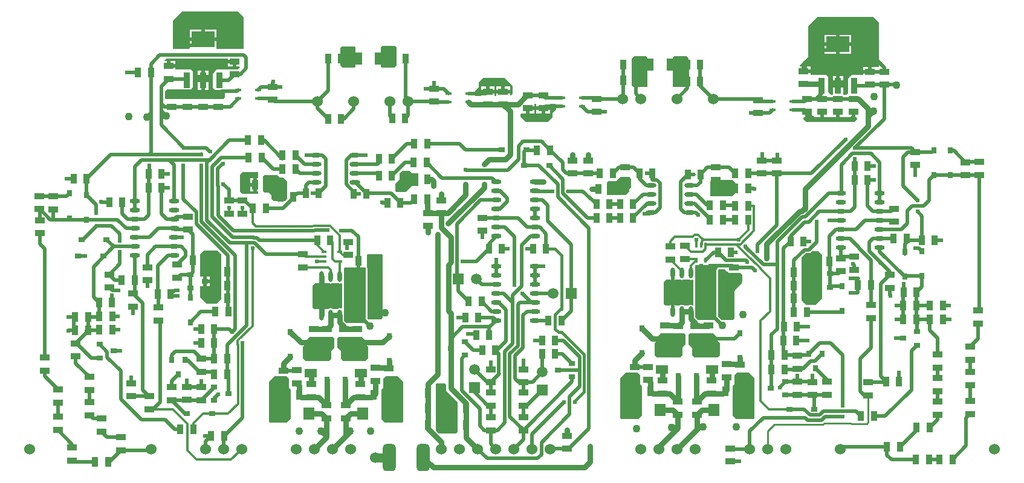
<source format=gtl>
G04*
G04 #@! TF.GenerationSoftware,Altium Limited,Altium Designer,18.0.12 (696)*
G04*
G04 Layer_Physical_Order=1*
G04 Layer_Color=255*
%FSLAX23Y23*%
%MOIN*%
G70*
G01*
G75*
%ADD43C,0.020*%
%ADD44R,0.055X0.037*%
%ADD45R,0.026X0.038*%
%ADD46R,0.055X0.035*%
%ADD47R,0.035X0.055*%
%ADD48R,0.031X0.016*%
%ADD49R,0.037X0.055*%
%ADD50R,0.016X0.031*%
%ADD51R,0.060X0.066*%
%ADD52R,0.035X0.031*%
%ADD53O,0.059X0.024*%
G04:AMPARAMS|DCode=54|XSize=71mil|YSize=150mil|CornerRadius=18mil|HoleSize=0mil|Usage=FLASHONLY|Rotation=0.000|XOffset=0mil|YOffset=0mil|HoleType=Round|Shape=RoundedRectangle|*
%AMROUNDEDRECTD54*
21,1,0.071,0.114,0,0,0.0*
21,1,0.035,0.150,0,0,0.0*
1,1,0.035,0.018,-0.057*
1,1,0.035,-0.018,-0.057*
1,1,0.035,-0.018,0.057*
1,1,0.035,0.018,0.057*
%
%ADD54ROUNDEDRECTD54*%
%ADD55R,0.038X0.026*%
%ADD56O,0.057X0.024*%
%ADD57R,0.031X0.035*%
G04:AMPARAMS|DCode=58|XSize=35mil|YSize=16mil|CornerRadius=4mil|HoleSize=0mil|Usage=FLASHONLY|Rotation=180.000|XOffset=0mil|YOffset=0mil|HoleType=Round|Shape=RoundedRectangle|*
%AMROUNDEDRECTD58*
21,1,0.035,0.008,0,0,180.0*
21,1,0.028,0.016,0,0,180.0*
1,1,0.008,-0.014,0.004*
1,1,0.008,0.014,0.004*
1,1,0.008,0.014,-0.004*
1,1,0.008,-0.014,-0.004*
%
%ADD58ROUNDEDRECTD58*%
%ADD59R,0.045X0.071*%
%ADD60R,0.069X0.049*%
%ADD61O,0.024X0.059*%
%ADD62R,0.037X0.085*%
%ADD63R,0.128X0.085*%
%ADD64C,0.030*%
%ADD65C,0.012*%
%ADD66C,0.016*%
%ADD67C,0.010*%
%ADD68C,0.050*%
%ADD69C,0.060*%
%ADD70C,0.059*%
%ADD71R,0.059X0.059*%
%ADD72C,0.043*%
%ADD73R,0.059X0.059*%
%ADD74C,0.024*%
G36*
X1236Y2516D02*
X1236Y2339D01*
X1089D01*
X1085Y2342D01*
X1085Y2344D01*
Y2385D01*
X1011D01*
X937D01*
Y2344D01*
X937Y2342D01*
X933Y2339D01*
X846D01*
Y2496D01*
X896Y2546D01*
X1206Y2546D01*
X1236Y2516D01*
D02*
G37*
G36*
X2079Y2350D02*
Y2250D01*
X2067Y2238D01*
X1999D01*
X1993Y2245D01*
Y2349D01*
X2002Y2358D01*
X2071D01*
X2079Y2350D01*
D02*
G37*
G36*
X1849Y2352D02*
X1853Y2348D01*
Y2245D01*
X1846Y2238D01*
X1778D01*
X1767Y2250D01*
X1767Y2343D01*
X1776Y2352D01*
X1849Y2352D01*
D02*
G37*
G36*
X1149Y2281D02*
X1186D01*
Y2271D01*
X1196D01*
Y2244D01*
X1213D01*
X1215Y2239D01*
X1203Y2227D01*
X1151D01*
Y2226D01*
X1086D01*
X1077Y2217D01*
X1075D01*
Y2214D01*
X1064Y2203D01*
X1066Y2201D01*
Y2126D01*
X1075Y2117D01*
Y2116D01*
X1075D01*
X1077Y2114D01*
X1128D01*
X1133Y2109D01*
Y2072D01*
X1126Y2065D01*
X808D01*
X802Y2071D01*
Y2107D01*
X811Y2116D01*
X894D01*
Y2116D01*
X947D01*
Y2122D01*
X956Y2131D01*
Y2216D01*
X946Y2226D01*
X859D01*
Y2236D01*
X821D01*
Y2246D01*
X811D01*
Y2273D01*
X801D01*
X799Y2278D01*
X807Y2286D01*
X1149D01*
Y2281D01*
D02*
G37*
G36*
X2164Y1655D02*
X2199Y1655D01*
X2199Y1585D01*
X2162Y1585D01*
X2128Y1551D01*
X2077D01*
X2070Y1558D01*
Y1594D01*
X2095Y1619D01*
Y1653D01*
X2109Y1666D01*
X2153D01*
X2164Y1655D01*
D02*
G37*
G36*
X1316Y1628D02*
X1309D01*
Y1591D01*
Y1553D01*
X1316D01*
Y1540D01*
X1252Y1540D01*
X1228D01*
X1215Y1553D01*
Y1647D01*
X1228Y1660D01*
X1247D01*
X1316Y1660D01*
X1316Y1628D01*
D02*
G37*
G36*
X1422Y1643D02*
Y1643D01*
X1423D01*
X1435Y1630D01*
X1454D01*
X1476Y1607D01*
Y1512D01*
X1465Y1501D01*
X1400D01*
X1389Y1512D01*
Y1534D01*
X1376Y1547D01*
X1349D01*
X1341Y1556D01*
Y1637D01*
X1347Y1644D01*
X1422D01*
X1422Y1643D01*
D02*
G37*
G36*
X1991Y1208D02*
X1991Y1208D01*
X1993Y1207D01*
X1997Y1206D01*
X1997Y1205D01*
X1998Y1205D01*
X1999Y1204D01*
X2000Y1202D01*
X2001Y1201D01*
X2001Y1199D01*
X2001Y1198D01*
X2001Y861D01*
X2001Y861D01*
X2001Y860D01*
X2000Y856D01*
X1999Y853D01*
X1997Y851D01*
X1995Y849D01*
X1994Y848D01*
X1992Y847D01*
X1990Y846D01*
X1989Y846D01*
X1928D01*
X1927Y846D01*
X1924Y847D01*
X1921Y848D01*
X1919Y850D01*
X1918Y851D01*
X1918Y851D01*
X1918Y1126D01*
X1918Y1127D01*
X1917Y1128D01*
Y1128D01*
X1917Y1130D01*
X1917Y1130D01*
X1917Y1131D01*
X1916Y1132D01*
X1916Y1133D01*
Y1201D01*
X1916Y1202D01*
X1917Y1204D01*
X1918Y1205D01*
X1918Y1206D01*
X1919Y1206D01*
X1920Y1207D01*
X1921Y1207D01*
X1922Y1208D01*
X1923Y1208D01*
X1986Y1208D01*
X1991Y1208D01*
D02*
G37*
G36*
X1900Y1134D02*
X1900Y1134D01*
X1903Y1133D01*
X1906Y1132D01*
X1907Y1132D01*
X1908Y1130D01*
X1909Y1129D01*
X1909Y1128D01*
X1909Y1127D01*
X1909Y1126D01*
X1909Y840D01*
X1909Y840D01*
X1909Y838D01*
X1909Y835D01*
X1908Y832D01*
X1906Y829D01*
X1905Y828D01*
X1904Y827D01*
X1903Y827D01*
X1902Y826D01*
X1900Y826D01*
X1811D01*
X1810Y826D01*
X1809Y826D01*
X1809Y826D01*
X1809Y826D01*
X1808Y826D01*
X1806D01*
X1802Y827D01*
X1801Y827D01*
X1790Y838D01*
X1789Y840D01*
Y1127D01*
X1790Y1132D01*
X1794Y1134D01*
X1795Y1134D01*
X1896Y1134D01*
X1900Y1134D01*
D02*
G37*
G36*
X1757Y1047D02*
X1764Y1045D01*
X1772Y1047D01*
X1772Y1047D01*
X1777Y1045D01*
Y909D01*
X1773Y906D01*
X1772Y907D01*
X1764Y909D01*
X1757Y907D01*
X1751Y903D01*
X1728D01*
X1722Y907D01*
X1714Y909D01*
X1707Y907D01*
X1701Y903D01*
X1681D01*
X1680Y904D01*
X1673Y909D01*
X1664Y911D01*
X1656Y909D01*
X1649Y904D01*
X1648Y903D01*
X1624D01*
X1614Y913D01*
Y1033D01*
X1629Y1048D01*
X1651D01*
X1656Y1045D01*
X1664Y1043D01*
X1673Y1045D01*
X1678Y1048D01*
X1704D01*
X1707Y1047D01*
X1714Y1045D01*
X1722Y1047D01*
X1724Y1048D01*
X1754D01*
X1757Y1047D01*
D02*
G37*
G36*
X1111Y1207D02*
Y957D01*
X1086Y932D01*
X1031D01*
X996Y967D01*
Y1031D01*
X1011D01*
Y1057D01*
Y1083D01*
X996D01*
Y1207D01*
X1016Y1227D01*
X1091D01*
X1111Y1207D01*
D02*
G37*
G36*
X1909Y729D02*
Y710D01*
X1923Y696D01*
X1923Y632D01*
X1909Y618D01*
X1782D01*
X1770Y631D01*
Y672D01*
X1752Y690D01*
Y743D01*
X1760Y751D01*
X1888D01*
X1909Y729D01*
D02*
G37*
G36*
X1734Y743D02*
Y690D01*
X1717Y672D01*
Y631D01*
X1704Y618D01*
X1577D01*
X1563Y632D01*
X1563Y696D01*
X1577Y710D01*
Y729D01*
X1598Y751D01*
X1726D01*
X1734Y743D01*
D02*
G37*
G36*
X2114Y503D02*
Y282D01*
X2109Y278D01*
X2015D01*
X1994Y298D01*
Y460D01*
X2004Y469D01*
Y519D01*
X2018Y532D01*
X2085D01*
X2114Y503D01*
D02*
G37*
G36*
X1484Y519D02*
Y469D01*
X1494Y460D01*
Y298D01*
X1473Y278D01*
X1379D01*
X1374Y282D01*
Y503D01*
X1404Y532D01*
X1470D01*
X1484Y519D01*
D02*
G37*
G36*
X2350Y488D02*
Y453D01*
X2416Y387D01*
Y227D01*
X2405Y216D01*
X2313D01*
X2295Y233D01*
Y489D01*
X2301Y495D01*
X2344D01*
X2350Y488D01*
D02*
G37*
G36*
X4738Y2487D02*
X4738Y2239D01*
X4730D01*
X4730Y2239D01*
Y2239D01*
X4725D01*
Y2239D01*
X4698D01*
Y2212D01*
X4688D01*
Y2202D01*
X4650D01*
Y2197D01*
X4588D01*
X4579Y2188D01*
X4576D01*
Y2185D01*
X4565Y2174D01*
X4567Y2172D01*
Y2097D01*
X4557Y2087D01*
X4547D01*
Y2087D01*
X4541D01*
Y2127D01*
X4512D01*
X4484D01*
Y2087D01*
X4476D01*
Y2087D01*
X4471Y2088D01*
X4457Y2102D01*
Y2187D01*
X4448Y2197D01*
X4360D01*
Y2207D01*
X4323D01*
Y2217D01*
X4313D01*
Y2244D01*
X4302D01*
X4300Y2249D01*
X4348Y2297D01*
Y2467D01*
X4398Y2517D01*
X4708Y2517D01*
X4738Y2487D01*
D02*
G37*
G36*
X3689Y2288D02*
Y2138D01*
X3680Y2129D01*
X3605D01*
X3602Y2132D01*
Y2293D01*
X3609Y2300D01*
X3677D01*
X3689Y2288D01*
D02*
G37*
G36*
X3462Y2293D02*
Y2132D01*
X3460Y2129D01*
X3385D01*
X3376Y2138D01*
Y2288D01*
X3388Y2300D01*
X3456D01*
X3462Y2293D01*
D02*
G37*
G36*
X2718Y2138D02*
Y2093D01*
X2709Y2084D01*
X2704Y2086D01*
Y2094D01*
X2666D01*
X2629D01*
Y2079D01*
X2619D01*
Y2094D01*
X2581D01*
X2544D01*
Y2079D01*
X2516D01*
X2511Y2084D01*
Y2109D01*
X2531Y2129D01*
Y2154D01*
X2556Y2179D01*
X2676D01*
X2718Y2138D01*
D02*
G37*
G36*
X2957Y2032D02*
Y2007D01*
X2937Y1987D01*
Y1962D01*
X2912Y1937D01*
X2792D01*
X2762Y1967D01*
Y1980D01*
X2764Y1984D01*
X2792D01*
Y2012D01*
X2802D01*
Y2022D01*
X2839D01*
Y2037D01*
X2849D01*
Y2022D01*
X2924D01*
Y2037D01*
X2952D01*
X2957Y2032D01*
D02*
G37*
G36*
X4607Y1964D02*
X4615D01*
X4619Y1954D01*
X4602Y1937D01*
X4337D01*
X4320Y1954D01*
X4324Y1964D01*
X4331D01*
Y1992D01*
X4351D01*
Y1964D01*
X4378D01*
Y1964D01*
X4389D01*
Y1964D01*
X4416D01*
Y1992D01*
X4436D01*
Y1964D01*
X4463D01*
Y1964D01*
X4474D01*
Y1964D01*
X4501D01*
Y1992D01*
X4521D01*
Y1964D01*
X4549D01*
Y1964D01*
X4559D01*
Y1964D01*
X4587D01*
Y1992D01*
X4607D01*
Y1964D01*
D02*
G37*
G36*
X3372Y1621D02*
Y1578D01*
X3362Y1568D01*
Y1553D01*
X3343Y1534D01*
X3328Y1534D01*
X3308D01*
X3238Y1534D01*
X3238Y1604D01*
X3245Y1610D01*
X3290D01*
X3309Y1629D01*
X3364D01*
X3372Y1621D01*
D02*
G37*
G36*
X3918Y1616D02*
X3933D01*
X3948Y1601D01*
Y1544D01*
X3929Y1526D01*
X3811D01*
X3807Y1530D01*
Y1609D01*
X3815Y1617D01*
X3918D01*
Y1616D01*
D02*
G37*
G36*
X3837Y1153D02*
X3837Y1153D01*
X3840Y1152D01*
X3843Y1151D01*
X3844Y1151D01*
X3845Y1150D01*
X3846Y1148D01*
X3846Y1147D01*
X3847Y1146D01*
X3847Y1145D01*
Y1127D01*
X3846Y1126D01*
X3845Y1125D01*
X3845Y1124D01*
X3844Y1123D01*
X3844Y1122D01*
X3844Y1121D01*
X3843Y1120D01*
X3843Y1119D01*
X3843Y1118D01*
X3843Y1117D01*
Y1116D01*
X3843Y1116D01*
Y863D01*
X3843Y863D01*
X3843Y860D01*
X3845Y857D01*
X3845Y857D01*
X3846Y856D01*
X3846Y854D01*
X3845Y851D01*
X3843Y848D01*
X3842Y847D01*
X3841Y846D01*
X3840Y846D01*
X3839Y845D01*
X3838Y845D01*
X3748D01*
X3747Y845D01*
X3747Y845D01*
X3746Y845D01*
X3746Y845D01*
X3745Y845D01*
X3743D01*
X3739Y846D01*
X3738Y846D01*
X3727Y857D01*
X3726Y859D01*
Y1147D01*
X3728Y1148D01*
X3747D01*
Y1153D01*
X3767Y1153D01*
Y1148D01*
X3798D01*
Y1153D01*
X3833Y1153D01*
X3837Y1153D01*
D02*
G37*
G36*
X3880Y1125D02*
X3880Y1125D01*
X3880D01*
X3885Y1124D01*
X3885Y1124D01*
X3888Y1123D01*
X3891Y1121D01*
X3903Y1110D01*
Y1110D01*
X3904Y1109D01*
X3907Y1107D01*
X3910Y1105D01*
X3914Y1104D01*
X3916Y1104D01*
X3967D01*
X3967Y1104D01*
X3967Y1104D01*
X3967D01*
X3972Y1104D01*
X3972Y1104D01*
X3975Y1102D01*
X3978Y1101D01*
X3979Y1099D01*
X3981Y1098D01*
X3982Y1095D01*
X3984Y1092D01*
X3984Y1089D01*
X3984Y1088D01*
X3984Y1060D01*
X3984Y1060D01*
X3984Y1058D01*
X3983Y1053D01*
X3981Y1048D01*
X3978Y1043D01*
X3976Y1041D01*
X3948Y1013D01*
X3947Y1012D01*
X3945Y1009D01*
X3944Y1006D01*
X3943Y1002D01*
X3943Y1000D01*
Y859D01*
X3943Y859D01*
X3943Y858D01*
X3942Y854D01*
X3941Y851D01*
X3939Y849D01*
X3938Y847D01*
X3937Y847D01*
X3936Y846D01*
X3934Y845D01*
X3932Y844D01*
X3931Y844D01*
X3904Y844D01*
X3870D01*
X3851Y863D01*
Y1116D01*
X3851D01*
Y1117D01*
X3851Y1119D01*
X3852Y1120D01*
X3853Y1121D01*
X3854Y1123D01*
X3856Y1124D01*
X3858Y1125D01*
X3859Y1125D01*
X3860Y1125D01*
X3880Y1125D01*
X3880Y1125D01*
D02*
G37*
G36*
X3694Y1066D02*
X3701Y1064D01*
X3709Y1066D01*
X3710Y1066D01*
X3715Y1064D01*
Y928D01*
X3710Y925D01*
X3709Y926D01*
X3701Y928D01*
X3694Y926D01*
X3688Y922D01*
X3665D01*
X3659Y926D01*
X3651Y928D01*
X3644Y926D01*
X3638Y922D01*
X3618D01*
X3617Y923D01*
X3610Y928D01*
X3601Y930D01*
X3593Y928D01*
X3586Y923D01*
X3585Y922D01*
X3561D01*
X3551Y932D01*
Y1052D01*
X3566Y1067D01*
X3588D01*
X3593Y1064D01*
X3601Y1062D01*
X3610Y1064D01*
X3615Y1067D01*
X3642D01*
X3644Y1066D01*
X3651Y1064D01*
X3659Y1066D01*
X3661Y1067D01*
X3692D01*
X3694Y1066D01*
D02*
G37*
G36*
X4425Y1202D02*
Y962D01*
X4390Y927D01*
X4335D01*
X4310Y952D01*
Y1188D01*
X4334Y1213D01*
X4352D01*
X4357Y1214D01*
X4359Y1214D01*
X4364Y1218D01*
X4368Y1222D01*
X4405D01*
X4425Y1202D01*
D02*
G37*
G36*
X3847Y748D02*
Y729D01*
X3860Y715D01*
X3860Y651D01*
X3847Y637D01*
X3720D01*
X3707Y650D01*
Y691D01*
X3689Y709D01*
Y762D01*
X3697Y770D01*
X3825D01*
X3847Y748D01*
D02*
G37*
G36*
X3671Y762D02*
Y709D01*
X3654Y691D01*
Y650D01*
X3641Y637D01*
X3514D01*
X3500Y651D01*
X3500Y715D01*
X3514Y729D01*
Y748D01*
X3536Y770D01*
X3663D01*
X3671Y762D01*
D02*
G37*
G36*
X4051Y522D02*
Y302D01*
X4046Y297D01*
X3952D01*
X3931Y317D01*
Y479D01*
X3941Y489D01*
Y538D01*
X3955Y552D01*
X4022D01*
X4051Y522D01*
D02*
G37*
G36*
X3421Y538D02*
Y489D01*
X3431Y479D01*
Y317D01*
X3411Y297D01*
X3316D01*
X3311Y302D01*
Y522D01*
X3341Y552D01*
X3408D01*
X3421Y538D01*
D02*
G37*
%LPC*%
G36*
X1085Y2447D02*
X1021D01*
Y2405D01*
X1085D01*
Y2447D01*
D02*
G37*
G36*
X1001D02*
X937D01*
Y2405D01*
X1001D01*
Y2447D01*
D02*
G37*
G36*
X859Y2273D02*
X831D01*
Y2256D01*
X859D01*
Y2273D01*
D02*
G37*
G36*
X1176Y2261D02*
X1149D01*
Y2244D01*
X1176D01*
Y2261D01*
D02*
G37*
G36*
X1040Y2219D02*
X1021D01*
Y2176D01*
X1040D01*
Y2219D01*
D02*
G37*
G36*
X1001D02*
X982D01*
Y2176D01*
X1001D01*
Y2219D01*
D02*
G37*
G36*
X1040Y2156D02*
X1021D01*
Y2114D01*
X1040D01*
Y2156D01*
D02*
G37*
G36*
X1001D02*
X982D01*
Y2114D01*
X1001D01*
Y2156D01*
D02*
G37*
G36*
X1289Y1628D02*
X1271D01*
Y1601D01*
X1289D01*
Y1628D01*
D02*
G37*
G36*
Y1581D02*
X1271D01*
Y1553D01*
X1289D01*
Y1581D01*
D02*
G37*
G36*
X1049Y1083D02*
X1031D01*
Y1067D01*
X1049D01*
Y1083D01*
D02*
G37*
G36*
Y1047D02*
X1031D01*
Y1031D01*
X1049D01*
Y1047D01*
D02*
G37*
G36*
X4586Y2418D02*
X4522D01*
Y2376D01*
X4586D01*
Y2418D01*
D02*
G37*
G36*
X4502D02*
X4438D01*
Y2376D01*
X4502D01*
Y2418D01*
D02*
G37*
G36*
X4586Y2356D02*
X4522D01*
Y2314D01*
X4586D01*
Y2356D01*
D02*
G37*
G36*
X4502D02*
X4438D01*
Y2314D01*
X4502D01*
Y2356D01*
D02*
G37*
G36*
X4360Y2244D02*
X4333D01*
Y2227D01*
X4360D01*
Y2244D01*
D02*
G37*
G36*
X4678Y2239D02*
X4650D01*
Y2222D01*
X4678D01*
Y2239D01*
D02*
G37*
G36*
X4541Y2190D02*
X4522D01*
Y2147D01*
X4541D01*
Y2190D01*
D02*
G37*
G36*
X4502D02*
X4484D01*
Y2147D01*
X4502D01*
Y2190D01*
D02*
G37*
G36*
X2704Y2132D02*
X2676D01*
Y2114D01*
X2704D01*
Y2132D01*
D02*
G37*
G36*
X2619D02*
X2591D01*
Y2114D01*
X2619D01*
Y2132D01*
D02*
G37*
G36*
X2656D02*
X2629D01*
Y2114D01*
X2656D01*
Y2132D01*
D02*
G37*
G36*
X2571D02*
X2544D01*
Y2114D01*
X2571D01*
Y2132D01*
D02*
G37*
G36*
X2924Y2002D02*
X2897D01*
Y1984D01*
X2924D01*
Y2002D01*
D02*
G37*
G36*
X2877D02*
X2849D01*
Y1984D01*
X2877D01*
Y2002D01*
D02*
G37*
G36*
X2839D02*
X2812D01*
Y1984D01*
X2839D01*
Y2002D01*
D02*
G37*
%LPD*%
D43*
X1127Y204D02*
G03*
X1125Y201I3J-3D01*
G01*
X1398Y2160D02*
G03*
X1396Y2157I4J-4D01*
G01*
X2286Y2147D02*
G03*
X2284Y2152I-6J0D01*
G01*
X3025Y1555D02*
X3106D01*
X3023D02*
X3025D01*
X3808Y880D02*
Y883D01*
Y880D02*
X3876Y812D01*
X3798Y740D02*
X3942D01*
X3973Y771D01*
X3920Y1218D02*
X3949D01*
X3782Y1172D02*
X3828Y1218D01*
X3850D01*
X3834Y1144D02*
X3930D01*
X3938Y1135D01*
X3601Y954D02*
X3601Y954D01*
X3601Y890D02*
Y954D01*
X3600Y1034D02*
X3601Y1035D01*
Y1102D01*
X4037Y1135D02*
X4055Y1117D01*
X3938Y1135D02*
X4037D01*
X4422Y2092D02*
Y2137D01*
X4392Y2062D02*
X4422Y2092D01*
X3808Y1091D02*
Y1119D01*
X3834Y1144D01*
X3895Y1172D02*
X4004D01*
X3850Y1217D02*
X3895Y1172D01*
X3850Y1217D02*
Y1218D01*
X4004Y1172D02*
X4011Y1165D01*
X4267Y1108D02*
Y1172D01*
X4327Y1231D01*
X4352D02*
X4395Y1275D01*
X4327Y1231D02*
X4352D01*
X4395Y1275D02*
Y1387D01*
X3751Y890D02*
X3751D01*
X4068Y1222D02*
Y1259D01*
X4176Y1367D01*
X4000Y1248D02*
Y1249D01*
Y1248D02*
X4100Y1149D01*
X4146Y651D02*
Y763D01*
X4178Y795D01*
Y1149D01*
X4100D02*
X4178D01*
Y1276D01*
X4314Y1412D01*
X3392Y582D02*
X3463D01*
X3466Y585D01*
X3973Y527D02*
X4017D01*
X1970Y914D02*
X2000Y884D01*
X2015D01*
X1949Y1011D02*
X1987D01*
X971Y2186D02*
X1051D01*
X831Y2255D02*
X841Y2245D01*
X297Y787D02*
Y861D01*
X1869Y873D02*
Y886D01*
Y873D02*
X1932Y809D01*
X1149Y890D02*
Y1199D01*
X780Y1919D02*
Y1996D01*
X1970Y1028D02*
X1987Y1011D01*
X1869Y1099D02*
X1869Y1099D01*
X1869Y1099D02*
Y1171D01*
Y1302D01*
X1833Y1338D02*
X1869Y1302D01*
X1806Y1268D02*
X1810Y1272D01*
X1806Y1240D02*
Y1268D01*
X1228Y1504D02*
X1239D01*
X1226Y1502D02*
X1228Y1504D01*
X1002Y1386D02*
Y1696D01*
X1127Y204D02*
X1127D01*
X1125Y131D02*
Y201D01*
X724Y1767D02*
Y1987D01*
X999Y1757D02*
X1001Y1759D01*
X2825Y131D02*
Y215D01*
X3002Y391D01*
X2967Y1522D02*
X3138Y1350D01*
Y243D02*
Y1350D01*
X3028Y132D02*
X3138Y243D01*
X776Y391D02*
Y828D01*
X735Y349D02*
X776Y391D01*
X764Y840D02*
X776Y828D01*
X617Y422D02*
X716D01*
X483Y638D02*
X558Y563D01*
X519Y672D02*
X556D01*
X678Y458D02*
Y938D01*
X1396Y2129D02*
Y2157D01*
X2286Y2121D02*
Y2147D01*
X4010Y1396D02*
X4017Y1389D01*
X4213Y731D02*
Y1240D01*
X4219Y651D02*
X4288D01*
X4346D01*
X4880Y1262D02*
X4903Y1285D01*
X4604Y2137D02*
X4688D01*
X4176Y1367D02*
Y1652D01*
X323Y1197D02*
X360D01*
X780Y2037D02*
Y2134D01*
Y1996D02*
Y2037D01*
Y1996D02*
X807Y1969D01*
X780Y1919D02*
X904Y1795D01*
X821Y2175D02*
X911D01*
X920Y2166D01*
X780Y2134D02*
X821Y2175D01*
X797Y2020D02*
X839D01*
X1094Y1420D02*
X1177Y1337D01*
X1322Y1282D02*
X1640D01*
X1307Y1297D02*
X1322Y1282D01*
X1288Y1297D02*
X1307D01*
X1285Y1299D02*
X1288Y1297D01*
X1061Y1414D02*
X1175Y1299D01*
X1285D01*
X1358Y1207D02*
X1560D01*
X1296Y1269D02*
X1358Y1207D01*
X1251Y1269D02*
X1296D01*
X1251Y814D02*
Y1269D01*
X1158D02*
X1251D01*
X1177Y1337D02*
X1625D01*
X714Y1757D02*
X724Y1767D01*
Y1987D02*
Y2209D01*
X701Y1965D02*
X724Y1987D01*
X3924Y131D02*
X4025D01*
X3919Y135D02*
X3924Y131D01*
X3919Y65D02*
X3922Y68D01*
X3965Y65D02*
X3967Y64D01*
X3919Y65D02*
X3965D01*
X1815Y2298D02*
X1827Y2286D01*
X1864D01*
X2005D02*
X2020Y2302D01*
X1982Y2286D02*
X2005D01*
X3628Y2252D02*
X3640Y2240D01*
X3591Y2252D02*
X3628D01*
X3435Y2236D02*
X3450Y2252D01*
X3473D01*
X593Y2209D02*
X625D01*
X625Y2209D01*
X653D01*
X4315Y806D02*
X4347D01*
X4315Y807D02*
X4315Y806D01*
X763Y987D02*
Y1145D01*
Y987D02*
X764Y986D01*
Y912D02*
Y986D01*
X866Y1414D02*
X928D01*
X851Y1399D02*
X866Y1414D01*
X893Y1299D02*
X894Y1299D01*
X851Y1299D02*
X893D01*
X954Y1174D02*
Y1318D01*
X928Y1344D02*
X954Y1318D01*
X704Y1031D02*
Y1062D01*
Y1135D02*
Y1204D01*
X749Y1249D01*
X851D01*
X890D01*
X915Y1223D01*
Y1196D02*
Y1223D01*
X869Y1150D02*
X915Y1196D01*
X869Y1077D02*
X887Y1094D01*
X942D01*
X833Y987D02*
X854Y1008D01*
X872D01*
X833Y987D02*
X844Y976D01*
X871D01*
X4527Y1242D02*
X4529Y1241D01*
Y1185D02*
Y1241D01*
X4594Y1155D02*
X4600Y1148D01*
Y1121D02*
Y1148D01*
X4537Y1194D02*
X4600D01*
X4529Y1185D02*
X4537Y1194D01*
X4516Y1099D02*
X4529Y1112D01*
X4469Y1099D02*
X4516D01*
X4694Y1037D02*
Y1173D01*
X4627Y1240D02*
X4694Y1173D01*
X4627Y1240D02*
Y1242D01*
X4577Y1292D02*
X4627Y1242D01*
X4527Y1292D02*
X4577D01*
X4694Y928D02*
X4695Y927D01*
X4694Y928D02*
Y1037D01*
X4465Y1167D02*
Y1307D01*
X1773Y1338D02*
X1833D01*
X1628Y1340D02*
X1699D01*
X1625Y1337D02*
X1628Y1340D01*
X1061Y1689D02*
X1112Y1740D01*
X1061Y1414D02*
Y1689D01*
X1112Y1740D02*
X1260D01*
X1261Y1741D01*
X1094Y1420D02*
Y1582D01*
X1156Y1502D02*
X1226D01*
X1156D02*
Y1563D01*
X1123Y1595D02*
X1156Y1563D01*
X1451Y1459D02*
X1512Y1519D01*
X1357Y1459D02*
X1451D01*
X1093Y1583D02*
X1094Y1582D01*
X1093Y1583D02*
Y1679D01*
X1122Y1708D01*
X1048Y1728D02*
X1156Y1836D01*
X1049Y1775D02*
X1053D01*
X1048Y1728D02*
X1048D01*
X1156Y1836D02*
X1259D01*
X1029Y1795D02*
X1049Y1775D01*
X904Y1795D02*
X1029D01*
X714Y1757D02*
X999D01*
X826Y1728D02*
X1048D01*
X1000Y1698D02*
X1002Y1696D01*
X903Y1510D02*
Y1698D01*
Y1510D02*
X974Y1439D01*
X825Y1727D02*
X826Y1728D01*
X1048D02*
X1048Y1727D01*
X4314Y1412D02*
X4332D01*
X4462Y1542D01*
X4527D01*
X110Y1265D02*
X139Y1236D01*
Y636D02*
Y1236D01*
Y532D02*
Y563D01*
Y532D02*
X211Y461D01*
X210Y387D02*
X211Y388D01*
X210Y311D02*
Y387D01*
Y238D02*
X289Y158D01*
Y141D02*
Y158D01*
Y68D02*
X296Y61D01*
X415D01*
X308Y605D02*
Y642D01*
Y605D02*
X385Y529D01*
Y456D02*
X386Y455D01*
Y390D02*
Y455D01*
Y317D02*
X404Y299D01*
X453D01*
Y226D02*
X482Y197D01*
X558D01*
X495Y61D02*
X558Y124D01*
X488Y61D02*
X495D01*
X719Y124D02*
X725Y131D01*
X558Y124D02*
X719D01*
X483Y638D02*
Y667D01*
X558Y408D02*
Y563D01*
Y408D02*
X673Y293D01*
X440Y710D02*
X483Y667D01*
X673Y293D02*
X800D01*
X678Y458D02*
X713Y422D01*
X616Y423D02*
X617Y422D01*
X5144Y74D02*
X5219Y150D01*
Y302D01*
X5240Y323D01*
X5130Y1643D02*
X5289D01*
X5290Y902D02*
Y1644D01*
X5285Y898D02*
X5290Y902D01*
X5285Y741D02*
Y825D01*
X5241Y697D02*
X5285Y741D01*
X5063Y653D02*
Y743D01*
X5018Y788D02*
Y848D01*
Y788D02*
X5063Y743D01*
Y523D02*
Y580D01*
Y393D02*
Y450D01*
Y294D02*
Y320D01*
X5019Y250D02*
X5063Y294D01*
X5241Y624D02*
X5243Y622D01*
Y558D02*
Y622D01*
X5240Y482D02*
X5243Y485D01*
X5240Y396D02*
Y482D01*
X5015Y74D02*
X5071D01*
X4946Y233D02*
Y250D01*
X4856Y144D02*
X4946Y233D01*
X4807Y74D02*
X4942D01*
X4783Y97D02*
X4807Y74D01*
X4783Y97D02*
Y144D01*
X4525Y131D02*
X4538Y144D01*
X4783D01*
X4025Y231D02*
X4100Y305D01*
X4025Y131D02*
Y231D01*
X4441Y310D02*
X4539D01*
X4610Y340D02*
X4638Y312D01*
X4431Y340D02*
X4610D01*
X4410Y319D02*
X4431Y340D01*
X4422Y291D02*
X4441Y310D01*
X4538Y370D02*
Y651D01*
X4345Y291D02*
X4422D01*
X4331Y305D02*
X4345Y291D01*
X4326Y349D02*
X4357Y319D01*
X4410D01*
X4246Y349D02*
X4326D01*
X4472Y717D02*
X4538Y651D01*
X4350Y656D02*
X4411Y717D01*
X4472D01*
X800Y293D02*
X854Y239D01*
X885D01*
X838Y401D02*
X1001D01*
X838D02*
X913Y326D01*
X923D01*
X1228Y305D02*
Y718D01*
X1127Y204D02*
X1228Y305D01*
X1022Y204D02*
X1056D01*
X1025Y173D02*
X1056Y204D01*
X1025Y131D02*
Y173D01*
X2517Y1071D02*
X2547Y1041D01*
X2627D01*
X2577Y80D02*
X2856D01*
X2525Y131D02*
X2577Y80D01*
X2856D02*
X2877Y101D01*
X3716Y1648D02*
X3718D01*
X3684D02*
X3716D01*
X3684Y1648D02*
X3684Y1648D01*
X3695Y1588D02*
X3736D01*
X3754Y1605D01*
Y1648D01*
X3460Y1488D02*
X3483D01*
X3383Y1410D02*
X3460Y1488D01*
X3383Y1407D02*
Y1410D01*
X3475Y1430D02*
X3483Y1438D01*
X3446Y1430D02*
X3475D01*
X3438Y1538D02*
X3483D01*
X3383Y1482D02*
X3438Y1538D01*
X3457Y1653D02*
X3489D01*
X3419Y1622D02*
Y1653D01*
X3454Y1588D02*
X3478D01*
X3419Y1622D02*
X3454Y1588D01*
X3489Y1653D02*
X3489Y1653D01*
X1614Y1544D02*
X1647D01*
X1647Y1544D01*
X1594Y1604D02*
X1635D01*
X1577Y1586D02*
X1594Y1604D01*
X1577Y1544D02*
Y1586D01*
X1800Y1592D02*
X1842Y1551D01*
Y1539D02*
Y1551D01*
Y1539D02*
X1872D01*
X3106Y1555D02*
X3180Y1482D01*
X3131Y1407D02*
X3180D01*
X2995Y1543D02*
X3131Y1407D01*
X3270Y1653D02*
X3304Y1686D01*
X3338D01*
X3386D02*
X3419Y1653D01*
X3338Y1686D02*
X3386D01*
X3837Y1686D02*
X3911D01*
X3945Y1652D01*
X4094Y1724D02*
Y1759D01*
Y1724D02*
X4179D01*
X4094Y1759D02*
X4094Y1759D01*
X4176Y1652D02*
X4366D01*
X4091D02*
X4176D01*
X4091Y1652D02*
X4091Y1652D01*
X4018Y1652D02*
X4091D01*
X4049Y1570D02*
X4051Y1568D01*
X4018Y1570D02*
X4049D01*
X4366Y1652D02*
X4555Y1841D01*
X4605Y1692D02*
Y1732D01*
X4605Y1792D02*
X4767Y1954D01*
Y2142D01*
X4605Y1792D02*
X4918D01*
X4939Y1771D01*
X3879Y1396D02*
X3943D01*
X3944Y1397D01*
X3879Y1477D02*
X3944D01*
X3946Y1475D01*
X3754Y1648D02*
X3792Y1686D01*
X3837D01*
X3695Y1537D02*
X3732D01*
X3792Y1477D01*
X3806D01*
X3727Y1438D02*
X3741Y1423D01*
X3695Y1438D02*
X3727D01*
X3722Y1488D02*
X3806Y1404D01*
Y1396D02*
Y1404D01*
X3695Y1488D02*
X3722D01*
X3695Y1538D02*
X3695Y1537D01*
X1334Y1741D02*
X1397Y1678D01*
X1449D01*
X1532Y1544D02*
X1577D01*
X1509Y1522D02*
X1532Y1544D01*
X1033Y1394D02*
Y1712D01*
X1048Y1727D01*
X1033Y1394D02*
X1158Y1269D01*
X1546Y1654D02*
X1635D01*
X1522Y1678D02*
X1546Y1654D01*
X1570Y1704D02*
X1635D01*
X1522Y1752D02*
X1570Y1704D01*
X1239Y1504D02*
X1284Y1459D01*
X1348Y1836D02*
X1449Y1734D01*
X1332Y1836D02*
X1348D01*
X1048Y1727D02*
X1049Y1728D01*
X2776Y1829D02*
X2878D01*
X2460Y1671D02*
X2691D01*
X2750Y1803D02*
X2776Y1829D01*
X2750Y1729D02*
Y1803D01*
X2691Y1671D02*
X2750Y1729D01*
X2459Y1672D02*
X2460Y1671D01*
X2248Y1817D02*
X2426D01*
X2458Y1785D02*
X2659D01*
X2426Y1817D02*
X2458Y1785D01*
X2486Y1627D02*
X2606D01*
X2878Y1829D02*
X2925Y1781D01*
X1998Y1492D02*
X1999Y1491D01*
X2029D01*
X1912Y1544D02*
X2047D01*
X2099Y1492D01*
Y1491D02*
Y1492D01*
Y1491D02*
X2157D01*
X2175Y1509D01*
X2329Y1627D02*
X2430D01*
X2245Y1712D02*
X2329Y1627D01*
X2125Y1712D02*
X2172D01*
X2053Y1639D02*
X2125Y1712D01*
X2136Y1817D02*
X2175D01*
X2053Y1734D02*
X2136Y1817D01*
X2485Y1627D02*
X2486Y1627D01*
X2430Y1627D02*
X2485D01*
X2430Y1627D02*
X2430Y1627D01*
X1189Y794D02*
Y1199D01*
X1002Y1386D02*
X1189Y1199D01*
X974Y1374D02*
Y1439D01*
X1170Y776D02*
X1189Y794D01*
X974Y1374D02*
X1149Y1199D01*
X367Y1622D02*
X502Y1757D01*
X715Y1650D02*
Y1697D01*
X502Y1757D02*
X714D01*
X714Y1757D01*
X1145Y708D02*
X1251Y814D01*
X1154Y792D02*
X1170Y776D01*
X1145Y629D02*
Y708D01*
X1073Y792D02*
X1154D01*
X526Y1064D02*
X562D01*
X494Y1095D02*
X526Y1064D01*
X520Y1251D02*
X564D01*
X518Y1249D02*
X520Y1251D01*
X564Y1251D02*
X634D01*
X564Y1251D02*
X564Y1251D01*
X494Y1095D02*
X551Y1152D01*
Y1221D01*
X424Y1365D02*
X506D01*
X551Y1320D01*
Y1281D02*
Y1320D01*
X634Y1251D02*
X636Y1249D01*
X340Y1288D02*
X347D01*
X424Y1365D01*
X184Y1398D02*
X538D01*
X587Y1349D01*
X423Y1433D02*
Y1479D01*
X369Y1533D02*
X423Y1479D01*
X369Y1533D02*
Y1535D01*
X587Y1349D02*
X636D01*
X672Y1727D02*
X825D01*
X851Y1701D01*
X713Y1649D02*
X715Y1650D01*
X596Y1399D02*
X636D01*
X564Y1430D02*
X596Y1399D01*
X564Y1430D02*
Y1495D01*
X636Y1691D02*
X672Y1727D01*
X636Y1499D02*
Y1691D01*
X448Y1496D02*
X449Y1495D01*
X494D01*
X367Y1537D02*
X369Y1535D01*
X367Y1537D02*
Y1622D01*
X257D02*
X297D01*
X1521Y127D02*
X1525Y131D01*
X377Y861D02*
X433D01*
X377Y787D02*
X434D01*
X370D02*
X377D01*
X368Y775D02*
Y787D01*
X377Y796D01*
Y861D01*
X267Y860D02*
X268Y861D01*
X267Y785D02*
X269Y787D01*
X297D01*
X268Y861D02*
X297D01*
X297Y787D02*
X297Y787D01*
X4592Y1762D02*
X4695D01*
X1145Y629D02*
X1146Y628D01*
Y545D02*
Y628D01*
Y545D02*
X1150Y541D01*
Y437D02*
Y541D01*
X1072Y629D02*
X1073Y630D01*
Y717D01*
X1073Y717D01*
Y792D01*
X992Y558D02*
X1000D01*
X926Y624D02*
X992Y558D01*
X913Y624D02*
X926D01*
X838D02*
Y651D01*
X859Y671D01*
X960D01*
X1000Y631D01*
X1002Y629D01*
X1072D01*
X1060Y558D02*
X1073Y545D01*
X1000Y558D02*
X1060D01*
X838Y508D02*
X875Y545D01*
X838Y473D02*
Y508D01*
X1001Y508D02*
X1001Y508D01*
Y473D02*
Y508D01*
X920Y509D02*
X920Y509D01*
X920Y474D02*
Y509D01*
X1000Y474D02*
X1001Y473D01*
X920Y474D02*
X1000D01*
X1071Y409D02*
X1095Y433D01*
X1071Y400D02*
Y409D01*
Y470D02*
Y474D01*
X1001Y401D02*
X1071Y470D01*
X968Y717D02*
X968Y717D01*
X1001D01*
X967Y793D02*
X968Y792D01*
X1003D01*
X517Y1249D02*
X518D01*
X407Y1138D02*
X518Y1249D01*
X477Y1288D02*
X517Y1249D01*
X407Y970D02*
Y1138D01*
X941Y1019D02*
X942Y1020D01*
X941Y968D02*
Y1019D01*
Y831D02*
X999Y889D01*
X1077D01*
X817Y1199D02*
X851D01*
X763Y1145D02*
X817Y1199D01*
X624Y991D02*
X678Y938D01*
X636Y1003D02*
Y1199D01*
X871Y976D02*
X872Y977D01*
X954Y1106D02*
Y1174D01*
X942Y1094D02*
X954Y1106D01*
X942Y1020D02*
Y1094D01*
X407Y970D02*
X439Y939D01*
X434Y787D02*
X437Y790D01*
X433Y861D02*
X437Y865D01*
X308Y715D02*
X368Y775D01*
X512Y1008D02*
X546D01*
X494Y1025D02*
X512Y1008D01*
X4870Y1582D02*
Y1742D01*
Y1582D02*
X4950Y1502D01*
X4870Y1742D02*
X4899Y1771D01*
X4939D01*
X624Y991D02*
X636Y1003D01*
X851Y1499D02*
Y1701D01*
X636Y1449D02*
Y1499D01*
X851Y1349D02*
X856Y1344D01*
X928D01*
X764Y1349D02*
X851D01*
X714Y1299D02*
X764Y1349D01*
X636Y1299D02*
X714D01*
X510Y790D02*
X546D01*
X509Y939D02*
Y980D01*
X510Y865D02*
X543D01*
X616Y493D02*
Y527D01*
X308Y715D02*
X316D01*
X396Y635D01*
X440D01*
X624Y880D02*
Y918D01*
X437Y937D02*
X439Y939D01*
X437Y865D02*
Y937D01*
X110Y1456D02*
X168Y1398D01*
X109Y1456D02*
X110Y1456D01*
X168Y1398D02*
X184D01*
X110Y1395D02*
Y1456D01*
X109Y1526D02*
X259D01*
X274Y1542D01*
X1149Y890D02*
X1150Y889D01*
X783Y1649D02*
X818D01*
X713Y1574D02*
Y1649D01*
X783Y1574D02*
X818D01*
X783Y1429D02*
Y1574D01*
X813Y1399D02*
X851D01*
X783Y1429D02*
X813Y1399D01*
X713Y1424D02*
Y1574D01*
X688Y1399D02*
X713Y1424D01*
X636Y1399D02*
X688D01*
X110Y1265D02*
Y1322D01*
X184Y1455D02*
X184Y1455D01*
X184Y1454D02*
X184Y1455D01*
Y1398D02*
Y1455D01*
X1643Y2013D02*
Y2051D01*
Y2013D02*
X1703Y1954D01*
X1843Y2010D02*
Y2051D01*
X1787Y1954D02*
X1843Y2010D01*
X1773Y1954D02*
X1787D01*
X2143Y1974D02*
Y2051D01*
X2126Y1957D02*
X2143Y1974D01*
X2043Y1970D02*
Y2051D01*
Y1970D02*
X2056Y1957D01*
X2128Y2066D02*
Y2286D01*
Y2066D02*
X2143Y2051D01*
X1703Y2111D02*
Y2286D01*
X1643Y2051D02*
X1703Y2111D01*
X1095Y2020D02*
X1161D01*
X1206Y2066D01*
X1199Y2106D02*
X1206Y2113D01*
X1111Y2106D02*
X1199D01*
X1095Y2091D02*
X1111Y2106D01*
X724Y2209D02*
Y2258D01*
X772Y2307D01*
X1235D01*
X1249Y2293D01*
Y2232D02*
Y2293D01*
X1217Y2201D02*
X1249Y2232D01*
X1186Y2201D02*
X1217D01*
X1152Y2166D02*
X1186Y2201D01*
X1101Y2166D02*
X1152D01*
X842Y2246D02*
X874D01*
X841Y2245D02*
X842Y2246D01*
X926Y2526D02*
X986D01*
X1046D01*
X1173Y2356D02*
X1218Y2401D01*
X1173Y2356D02*
X1221D01*
X1168Y2406D02*
X1173Y2401D01*
X1126Y2406D02*
X1168D01*
X1126Y2446D02*
X1173D01*
X1221Y2401D02*
Y2446D01*
X1173Y2401D02*
Y2446D01*
X1218Y2401D02*
X1221D01*
X1173Y2446D02*
X1221D01*
X1126Y2486D02*
X1156Y2516D01*
X1046Y2526D02*
X1101D01*
X1156D01*
X1173Y2446D02*
Y2486D01*
X1156Y2516D02*
Y2526D01*
X1126Y2486D02*
X1173D01*
X1010Y2020D02*
X1095D01*
X925D02*
X1010D01*
X839D02*
X925D01*
X780Y2037D02*
X797Y2020D01*
X821Y2246D02*
X831Y2255D01*
X2239Y2121D02*
X2286D01*
Y2051D02*
X2292Y2046D01*
X2666Y2104D02*
Y2149D01*
X2570Y2093D02*
X2581Y2104D01*
X2666D01*
X1396Y2059D02*
X1404Y2051D01*
X1396Y2129D02*
X1437D01*
X2476Y2093D02*
X2570D01*
X2338Y2121D02*
X2366Y2093D01*
X2286Y2121D02*
X2338D01*
X2292Y2046D02*
X2366D01*
X2143Y2051D02*
X2286D01*
X1404D02*
X1643D01*
X1011Y2486D02*
X1071D01*
X1011Y2395D02*
Y2486D01*
X977Y2361D02*
X1011Y2395D01*
X943Y2493D02*
X951Y2486D01*
X911Y2361D02*
Y2411D01*
Y2361D02*
X977D01*
X888Y2483D02*
X911Y2461D01*
X888Y2493D02*
X943D01*
X866Y2461D02*
X911D01*
X888Y2483D02*
Y2493D01*
X866Y2361D02*
X911D01*
X866Y2411D02*
X911D01*
X866D02*
Y2461D01*
Y2361D02*
Y2366D01*
X1051Y2136D02*
Y2186D01*
X971Y2136D02*
Y2186D01*
X1333Y2129D02*
X1396D01*
X1316Y2113D02*
X1333Y2129D01*
X1316Y2066D02*
X1390D01*
X1396Y2059D01*
X4675Y2417D02*
Y2457D01*
Y2417D02*
X4722D01*
X4675Y2372D02*
Y2417D01*
X4341Y1988D02*
Y1992D01*
Y1988D02*
X4377Y1952D01*
X4428D01*
X4480D01*
X4531D01*
X4582D02*
X4597Y1967D01*
Y1992D01*
X4552Y2107D02*
Y2157D01*
X4472Y2107D02*
Y2157D01*
X4552D01*
X4427Y2497D02*
X4487D01*
X4547D01*
X4602D01*
X4657D01*
X4512Y2366D02*
Y2457D01*
X4367Y2332D02*
X4412D01*
X4367D02*
Y2337D01*
X4657Y2487D02*
Y2497D01*
X4670Y2377D02*
X4675Y2372D01*
X4445Y2464D02*
X4452Y2457D01*
X4512D02*
X4572D01*
X4390Y2464D02*
X4445D01*
X4390Y2454D02*
Y2464D01*
Y2454D02*
X4412Y2432D01*
X4367D02*
X4412D01*
X4367Y2382D02*
Y2432D01*
Y2382D02*
X4412D01*
Y2332D02*
Y2382D01*
X4478Y2332D02*
X4512Y2366D01*
X4412Y2332D02*
X4478D01*
X4323Y2217D02*
X4332Y2226D01*
Y2262D01*
X4675Y2282D02*
X4722D01*
Y2327D01*
X4675D02*
X4722D01*
X4675D02*
X4720Y2372D01*
X4722D01*
Y2417D01*
X4627Y2377D02*
X4670D01*
X4627Y2417D02*
X4675D01*
X4627Y2457D02*
X4675D01*
X4627D02*
X4657Y2487D01*
X4834Y2142D02*
X4835Y2141D01*
X4767Y2142D02*
X4834D01*
X3182Y1995D02*
X3229D01*
X2606Y1627D02*
X2627Y1606D01*
X2377Y741D02*
X2442Y806D01*
X2592D01*
X2442Y1166D02*
X2442Y1166D01*
X2517D01*
X2587Y1236D01*
X2587Y761D02*
Y801D01*
X2592Y806D01*
X2627Y841D01*
X2542Y1506D02*
X2627D01*
X2412Y1375D02*
X2542Y1506D01*
X2412Y1076D02*
Y1375D01*
X2925Y131D02*
X2927Y132D01*
X3018D01*
X3028D01*
X2877Y168D02*
X3032Y322D01*
X2877Y101D02*
Y168D01*
X2863Y1696D02*
X2967Y1592D01*
Y1522D02*
Y1592D01*
X2783Y1696D02*
X2863D01*
X2995Y1543D02*
Y1621D01*
X2920Y1696D02*
X2995Y1621D01*
X2843Y1555D02*
X2937D01*
X2842Y1556D02*
X2843Y1555D01*
X2783Y1696D02*
Y1772D01*
X2796Y1785D01*
X2800Y1781D01*
X2852D01*
X2995Y1672D02*
X3015Y1653D01*
X2995Y1672D02*
Y1712D01*
X2925Y1781D02*
X2995Y1712D01*
X3015Y1653D02*
X3049D01*
X4031Y1987D02*
X4072D01*
X4848Y505D02*
Y554D01*
X4749Y1045D02*
X4798Y1093D01*
X4749Y534D02*
Y1045D01*
Y534D02*
X4778Y505D01*
X4679Y499D02*
X4772D01*
X4778Y505D01*
X4695Y691D02*
Y854D01*
X4634Y630D02*
X4695Y691D01*
X4634Y451D02*
Y630D01*
Y451D02*
X4658Y426D01*
X4679D01*
X4917Y673D02*
X4949Y704D01*
X4917Y457D02*
Y673D01*
X4773Y312D02*
X4917Y457D01*
X4711Y312D02*
X4773D01*
X4179Y1724D02*
Y1758D01*
X4688Y2142D02*
X4767D01*
X4100Y305D02*
X4331D01*
X4222Y429D02*
X4372D01*
X4375D02*
X4452D01*
X4375D02*
X4383Y420D01*
X4372Y431D02*
X4375Y429D01*
X4383Y349D02*
Y420D01*
X4267Y1033D02*
Y1108D01*
Y962D02*
Y1033D01*
Y888D02*
Y962D01*
Y888D02*
X4268Y887D01*
X4190Y471D02*
X4222Y504D01*
X1526Y563D02*
X1529Y566D01*
X1455Y563D02*
X1526D01*
X2035Y508D02*
X2080D01*
X2537Y261D02*
Y354D01*
X2437Y454D02*
X2537Y354D01*
X2563Y234D02*
X2597D01*
X2537Y261D02*
X2563Y234D01*
X2437Y454D02*
Y629D01*
X2456Y649D01*
X2577Y501D02*
X2597D01*
X2507Y571D02*
X2577Y501D01*
X2507Y446D02*
X2583Y369D01*
X2507Y446D02*
Y471D01*
X4939Y1642D02*
Y1701D01*
X4623Y1074D02*
X4625Y1075D01*
X4623Y995D02*
Y1074D01*
X4581Y995D02*
X4623D01*
X4581Y1075D02*
X4625D01*
X5045Y1285D02*
X5082D01*
X4835Y922D02*
X4873D01*
X4875Y997D02*
Y1042D01*
X4835Y847D02*
X4873D01*
X4945Y997D02*
X4946Y995D01*
Y922D02*
Y995D01*
X4685Y1222D02*
X4747Y1159D01*
X4685Y1222D02*
Y1272D01*
X4745Y1157D02*
X4747Y1159D01*
X4705Y1292D02*
X4742D01*
X4685Y1272D02*
X4705Y1292D01*
X4747Y1159D02*
X4798Y1109D01*
X4742Y1221D02*
X4880Y1083D01*
X4742Y1221D02*
Y1242D01*
X4830Y742D02*
X4870D01*
X4946Y847D02*
X4949Y844D01*
Y779D02*
Y844D01*
X4920Y1472D02*
X4985D01*
X4895Y1447D02*
X4920Y1472D01*
X4985D02*
X5015Y1502D01*
X4895Y1377D02*
Y1447D01*
X5015Y1502D02*
Y1618D01*
X4950Y1442D02*
X4975Y1417D01*
Y1285D02*
Y1417D01*
X5015Y1618D02*
X5040Y1643D01*
X4742Y1342D02*
X4860D01*
X4895Y1377D01*
X4465Y1392D02*
X4527D01*
X4350Y1384D02*
X4408Y1442D01*
X4527D01*
X4327Y1384D02*
X4350D01*
X4250Y1307D02*
X4327Y1384D01*
X4320Y1277D02*
X4355D01*
X4320Y1277D02*
X4320Y1277D01*
X4213Y658D02*
X4219Y651D01*
X4213Y658D02*
Y731D01*
Y1240D02*
X4250Y1277D01*
Y1307D01*
X4880Y1220D02*
Y1262D01*
Y1208D02*
Y1220D01*
X4695Y1762D02*
X4742Y1714D01*
X4530Y1699D02*
X4592Y1762D01*
X4530Y1544D02*
Y1699D01*
X4386Y617D02*
X4425Y656D01*
X4360Y617D02*
X4386D01*
X4318Y575D02*
X4360Y617D01*
X4288Y575D02*
X4318D01*
X4284Y571D02*
X4288Y575D01*
X4219Y571D02*
X4284D01*
X4285Y807D02*
X4315D01*
Y731D02*
X4345D01*
X4283D02*
X4315D01*
X4288Y648D02*
Y651D01*
X4346D02*
X4350Y656D01*
X4453Y503D02*
Y512D01*
X4388Y577D02*
X4453Y512D01*
X4372Y429D02*
Y431D01*
X4452Y429D02*
X4453Y430D01*
X4373Y502D02*
Y536D01*
X4372Y501D02*
X4373Y502D01*
X4287Y503D02*
Y536D01*
X4371Y503D02*
X4372Y501D01*
X4287Y503D02*
X4371D01*
X4286Y504D02*
X4287Y503D01*
X4222Y504D02*
X4286D01*
X4143Y466D02*
X4146Y469D01*
Y571D01*
Y651D01*
X4527Y1542D02*
X4530Y1544D01*
X4742Y1542D02*
Y1714D01*
Y1492D02*
Y1542D01*
X4805Y1442D02*
X4820Y1457D01*
X4742Y1442D02*
X4805D01*
X4815Y1392D02*
X4820Y1387D01*
X4742Y1392D02*
X4815D01*
X4660D02*
X4742D01*
X4610Y1342D02*
X4660Y1392D01*
X4527Y1342D02*
X4610D01*
X4469Y1099D02*
Y1162D01*
Y1024D02*
Y1099D01*
X4465Y1167D02*
X4469Y1162D01*
Y1024D02*
X4474Y1029D01*
X4535D01*
X4530Y887D02*
X4535Y892D01*
X4341Y887D02*
X4530D01*
X4500Y1342D02*
X4527D01*
X4465Y1307D02*
X4500Y1342D01*
X4605Y1617D02*
Y1692D01*
X4675D02*
X4710D01*
X4675Y1617D02*
X4710D01*
X4705Y1442D02*
X4742D01*
X4675Y1472D02*
X4705Y1442D01*
X4675Y1472D02*
Y1617D01*
X4527Y1442D02*
X4580D01*
X4605Y1467D01*
Y1617D01*
X5031Y1771D02*
X5040Y1780D01*
X4939Y1771D02*
X5031D01*
X5130Y1780D02*
X5150D01*
X5215Y1715D01*
X5289Y1643D02*
X5290Y1644D01*
X5290Y1644D01*
X5040Y1643D02*
X5130D01*
X5215Y1715D02*
X5216Y1717D01*
X5290D01*
X5290Y1587D02*
Y1644D01*
X4798Y979D02*
X4800Y977D01*
X4798Y979D02*
Y1020D01*
X4742Y1292D02*
X4818D01*
X5017Y847D02*
X5018Y848D01*
X4946Y847D02*
X5017D01*
X4946Y922D02*
X5018D01*
X4946Y847D02*
Y922D01*
X4945Y997D02*
X4975Y1027D01*
Y1086D01*
X4873Y847D02*
Y922D01*
X4870Y927D02*
Y992D01*
X4875Y997D01*
X4880Y1083D02*
X4883Y1086D01*
X4975D01*
X5091Y848D02*
X5128D01*
X5091Y922D02*
X5125D01*
X4937Y1239D02*
X4959D01*
X4975Y1223D01*
X4903Y1285D02*
X4975D01*
X4341Y2062D02*
X4392D01*
X4426D01*
X4722Y2282D02*
X4767Y2237D01*
Y2212D02*
Y2237D01*
X4688Y2212D02*
X4767D01*
X4511Y2062D02*
X4597D01*
X4426D02*
X4511D01*
X3198Y1653D02*
X3198Y1653D01*
X3134Y1653D02*
X3198D01*
X3253Y1407D02*
X3310D01*
X3253Y1482D02*
X3310D01*
X3338Y1576D02*
Y1606D01*
X3333Y1611D02*
X3338Y1606D01*
X3333Y1611D02*
X3338Y1616D01*
X3489Y1617D02*
X3513D01*
X1848Y1754D02*
X1907D01*
X1582D02*
X1635D01*
X2842Y731D02*
X2882D01*
X2997D02*
X3087Y641D01*
X2952Y731D02*
X2997D01*
X3087Y566D02*
Y641D01*
Y476D02*
Y566D01*
X2967D02*
X3087D01*
X3032Y421D02*
X3087Y476D01*
X2993Y656D02*
X3046Y603D01*
X2953Y656D02*
X2993D01*
X3046Y504D02*
Y529D01*
X2777Y234D02*
X3046Y504D01*
X3032Y322D02*
Y421D01*
X2880Y557D02*
X2882Y556D01*
X2880Y557D02*
Y656D01*
X2731Y521D02*
X2752Y501D01*
X2777D01*
X2827D01*
X2882Y556D01*
X2795Y369D02*
X2882Y456D01*
X2777Y369D02*
X2795D01*
X2822Y941D02*
X2841D01*
X2757D02*
X2822D01*
X2747Y931D02*
X2757Y941D01*
X2797Y891D02*
X2841D01*
X2775Y869D02*
X2797Y891D01*
X2775Y689D02*
Y869D01*
X2731Y646D02*
X2775Y689D01*
X2747Y701D02*
Y931D01*
X2703Y657D02*
X2747Y701D01*
X2703Y309D02*
Y657D01*
Y309D02*
X2777Y236D01*
Y234D02*
Y236D01*
X2731Y521D02*
Y646D01*
X2777Y571D02*
Y621D01*
X2725Y131D02*
X2777Y182D01*
Y234D01*
Y307D02*
Y369D01*
X2777Y442D02*
X2777Y442D01*
X2777Y442D02*
Y501D01*
X2675Y276D02*
Y671D01*
X2634Y234D02*
X2675Y276D01*
X2597Y234D02*
X2634D01*
X2597Y160D02*
Y234D01*
Y160D02*
X2625Y131D01*
X2527Y856D02*
X2612D01*
X2417D02*
X2457D01*
X2841Y1141D02*
X2887D01*
X2841Y1091D02*
Y1141D01*
Y1041D02*
Y1091D01*
X2627Y1141D02*
Y1176D01*
Y1091D02*
Y1141D01*
X2552Y1301D02*
Y1336D01*
X2657Y1236D02*
X2692D01*
X2797D02*
X2832D01*
X2647Y1556D02*
X2687Y1516D01*
X2627Y1556D02*
X2647D01*
X2687Y1496D02*
Y1516D01*
X2647Y1456D02*
X2687Y1496D01*
X2627Y1456D02*
X2647D01*
X2412Y1076D02*
X2417Y1071D01*
Y1004D02*
X2475Y946D01*
X2417Y1004D02*
Y1071D01*
X2548Y946D02*
X2603Y891D01*
X2627D01*
X2841Y991D02*
X2942D01*
X3042Y894D02*
Y1261D01*
X2912Y1391D02*
X3042Y1261D01*
X2988Y841D02*
X3042Y894D01*
X2612Y856D02*
X2627Y841D01*
X2597Y307D02*
Y369D01*
X2597Y501D02*
X2597Y501D01*
Y442D02*
Y501D01*
X2717Y941D02*
Y981D01*
X2667Y991D02*
X2717Y941D01*
X2627Y941D02*
X2642D01*
X2682Y901D01*
Y726D02*
Y901D01*
X2632Y676D02*
X2682Y726D01*
X2623Y676D02*
X2632D01*
X2642Y549D02*
X2644Y547D01*
X2642Y549D02*
Y657D01*
X2623Y676D02*
X2642Y657D01*
X2597Y501D02*
X2644Y547D01*
X2675Y671D02*
X2717Y713D01*
X2597Y501D02*
X2597D01*
X2817Y1306D02*
X2842D01*
X2767Y1031D02*
Y1256D01*
X2817Y1306D01*
X2717Y981D02*
X2767Y1031D01*
X2627Y991D02*
X2667D01*
X2772D02*
X2822Y941D01*
X2717Y713D02*
Y941D01*
X2597Y571D02*
Y611D01*
X2472Y766D02*
X2512D01*
X2517Y761D01*
X2503Y676D02*
X2550D01*
X2456Y723D02*
X2503Y676D01*
X2583Y369D02*
X2597D01*
X3049Y1653D02*
X3134D01*
X2248Y1509D02*
X2248Y1509D01*
X2587Y1236D02*
Y1265D01*
X2627Y1306D01*
X2898Y2070D02*
X2992D01*
X2887Y2082D02*
X2898Y2070D01*
X2802Y2082D02*
X2887D01*
X4603Y2137D02*
X4604Y2137D01*
X4262Y2050D02*
X4329D01*
X4341Y2062D01*
X2902Y1236D02*
Y1321D01*
X2867Y1356D02*
X2902Y1321D01*
X2842Y1356D02*
X2867D01*
X2797D02*
X2842D01*
X2747Y1406D02*
X2797Y1356D01*
X2627Y1406D02*
X2747D01*
X2552D02*
X2627D01*
X2552Y1406D02*
X2552Y1406D01*
X3644Y1608D02*
X3684Y1648D01*
X3644Y1458D02*
Y1608D01*
Y1458D02*
X3664Y1438D01*
X3695D01*
X3489Y1617D02*
Y1653D01*
X3513Y1617D02*
X3530Y1600D01*
Y1464D02*
Y1600D01*
X3504Y1438D02*
X3530Y1464D01*
X3483Y1438D02*
X3504D01*
X4329Y2003D02*
X4341Y1992D01*
X4262Y2003D02*
X4329D01*
X2802Y2012D02*
X2887D01*
X2898Y2023D01*
X2992D01*
X2802Y1967D02*
Y2012D01*
X2627Y1356D02*
X2675D01*
X2727Y1304D01*
Y1036D02*
Y1304D01*
X3182Y2065D02*
X3325D01*
X3176Y2070D02*
X3182Y2065D01*
X3102Y2070D02*
X3176D01*
X3325Y2065D02*
X3327Y2067D01*
Y2167D01*
Y2252D01*
X3130Y1995D02*
X3182D01*
X3102Y2023D02*
X3130Y1995D01*
X3397Y2093D02*
X3425Y2065D01*
X3397Y2093D02*
Y2167D01*
Y2252D01*
X3752Y2138D02*
Y2161D01*
Y2138D02*
X3825Y2065D01*
X3752Y2161D02*
Y2252D01*
X3825Y2065D02*
X4064D01*
X4072Y2057D01*
X4078Y2050D01*
X4152D01*
X3625Y2065D02*
X3682Y2122D01*
Y2161D01*
Y2252D01*
X4072Y1987D02*
X4135D01*
X4152Y2003D01*
X2912Y1391D02*
Y1476D01*
X2882Y1506D02*
X2912Y1476D01*
X2842Y1506D02*
X2882D01*
X1848Y1654D02*
X1965D01*
X1980Y1639D01*
X1970Y1704D02*
X1980Y1714D01*
X1848Y1704D02*
X1970D01*
X2842Y1406D02*
Y1456D01*
X2841Y841D02*
X2915D01*
X1800Y1592D02*
Y1728D01*
X1827Y1754D01*
X1848D01*
X1851Y1604D02*
X1912Y1544D01*
X1848Y1604D02*
X1851D01*
X1647Y1544D02*
X1687Y1584D01*
Y1734D01*
X1667Y1754D02*
X1687Y1734D01*
X1635Y1754D02*
X1667D01*
D44*
X3898Y526D02*
D03*
Y599D02*
D03*
X4529Y1112D02*
D03*
Y1185D02*
D03*
X4600Y1121D02*
D03*
Y1194D02*
D03*
X869Y1077D02*
D03*
Y1150D02*
D03*
X704Y1062D02*
D03*
Y1135D02*
D03*
X3668Y1252D02*
D03*
Y1179D02*
D03*
X3587Y1251D02*
D03*
Y1178D02*
D03*
X1560Y1207D02*
D03*
Y1134D02*
D03*
X5063Y523D02*
D03*
Y450D02*
D03*
X5243Y485D02*
D03*
Y558D02*
D03*
X5063Y393D02*
D03*
Y320D02*
D03*
X1961Y507D02*
D03*
Y580D02*
D03*
X558Y124D02*
D03*
Y197D02*
D03*
X453Y226D02*
D03*
Y299D02*
D03*
X386Y317D02*
D03*
Y390D02*
D03*
X385Y456D02*
D03*
Y529D02*
D03*
X308Y642D02*
D03*
Y715D02*
D03*
X139Y636D02*
D03*
Y563D02*
D03*
X211Y461D02*
D03*
Y388D02*
D03*
X210Y311D02*
D03*
Y238D02*
D03*
X289Y141D02*
D03*
Y68D02*
D03*
X2777Y307D02*
D03*
Y234D02*
D03*
X2597Y442D02*
D03*
Y369D02*
D03*
X2777Y442D02*
D03*
Y369D02*
D03*
X5285Y825D02*
D03*
Y898D02*
D03*
X5240Y396D02*
D03*
Y323D02*
D03*
X1000Y631D02*
D03*
Y558D02*
D03*
X4798Y1020D02*
D03*
Y1093D02*
D03*
X4679Y426D02*
D03*
Y499D02*
D03*
X5063Y580D02*
D03*
Y653D02*
D03*
X4287Y430D02*
D03*
Y503D02*
D03*
X4453Y430D02*
D03*
Y503D02*
D03*
X4695Y927D02*
D03*
Y854D02*
D03*
X4288Y575D02*
D03*
Y648D02*
D03*
X5290Y1644D02*
D03*
Y1717D02*
D03*
X5241Y624D02*
D03*
Y697D02*
D03*
X624Y918D02*
D03*
Y991D02*
D03*
X716Y349D02*
D03*
Y422D02*
D03*
X1001Y473D02*
D03*
Y401D02*
D03*
X838D02*
D03*
Y473D02*
D03*
X764Y840D02*
D03*
Y912D02*
D03*
X184Y1528D02*
D03*
Y1455D02*
D03*
X110Y1322D02*
D03*
Y1395D02*
D03*
X3734Y320D02*
D03*
Y393D02*
D03*
X3544Y436D02*
D03*
Y509D02*
D03*
X3629Y320D02*
D03*
Y393D02*
D03*
X3557Y812D02*
D03*
Y740D02*
D03*
X3466Y512D02*
D03*
Y585D02*
D03*
X1620Y793D02*
D03*
Y720D02*
D03*
X1797Y301D02*
D03*
Y374D02*
D03*
X1692Y301D02*
D03*
Y374D02*
D03*
X1607Y417D02*
D03*
Y490D02*
D03*
X1529Y493D02*
D03*
Y566D02*
D03*
X3816Y509D02*
D03*
Y436D02*
D03*
X3798Y740D02*
D03*
Y812D02*
D03*
X2597Y234D02*
D03*
Y307D02*
D03*
X1861Y720D02*
D03*
Y793D02*
D03*
X1879Y490D02*
D03*
Y417D02*
D03*
D45*
X3973Y771D02*
D03*
Y634D02*
D03*
X369Y1535D02*
D03*
Y1398D02*
D03*
X274Y1405D02*
D03*
Y1542D02*
D03*
X4535Y892D02*
D03*
Y1029D02*
D03*
X4975Y1223D02*
D03*
Y1086D02*
D03*
X4880Y1220D02*
D03*
Y1083D02*
D03*
X5130Y1643D02*
D03*
Y1780D02*
D03*
X5040D02*
D03*
Y1643D02*
D03*
X941Y968D02*
D03*
Y831D02*
D03*
X3430Y796D02*
D03*
Y659D02*
D03*
X2037Y755D02*
D03*
Y618D02*
D03*
X1493Y777D02*
D03*
Y640D02*
D03*
X3731Y532D02*
D03*
Y669D02*
D03*
X3631Y532D02*
D03*
Y669D02*
D03*
X1694Y513D02*
D03*
Y650D02*
D03*
X1794Y513D02*
D03*
Y650D02*
D03*
D46*
X1810Y1272D02*
D03*
Y1202D02*
D03*
X2552Y1336D02*
D03*
Y1406D02*
D03*
X2597Y571D02*
D03*
Y501D02*
D03*
X2777Y571D02*
D03*
Y501D02*
D03*
X2666Y2034D02*
D03*
Y2104D02*
D03*
X2581Y2034D02*
D03*
Y2104D02*
D03*
X4939Y1771D02*
D03*
Y1701D02*
D03*
X4820Y1457D02*
D03*
Y1387D02*
D03*
X4372Y431D02*
D03*
Y501D02*
D03*
X5215Y1715D02*
D03*
Y1645D02*
D03*
X494Y1025D02*
D03*
Y1095D02*
D03*
X928Y1414D02*
D03*
Y1344D02*
D03*
X616Y423D02*
D03*
Y493D02*
D03*
X920Y404D02*
D03*
Y474D02*
D03*
X109Y1456D02*
D03*
Y1526D02*
D03*
X3338Y1616D02*
D03*
Y1686D02*
D03*
X821Y2175D02*
D03*
Y2246D02*
D03*
X839Y2091D02*
D03*
Y2020D02*
D03*
X925Y2091D02*
D03*
Y2020D02*
D03*
X1010Y2091D02*
D03*
Y2020D02*
D03*
X1095Y2091D02*
D03*
Y2020D02*
D03*
X4767Y2142D02*
D03*
Y2212D02*
D03*
X3973Y597D02*
D03*
Y527D02*
D03*
X3919Y65D02*
D03*
Y135D02*
D03*
X3938Y1065D02*
D03*
Y1135D02*
D03*
X3632Y811D02*
D03*
Y741D02*
D03*
X3392Y512D02*
D03*
Y582D02*
D03*
X1694Y792D02*
D03*
Y722D02*
D03*
X1455Y493D02*
D03*
Y563D02*
D03*
X2035Y508D02*
D03*
Y578D02*
D03*
X4341Y2062D02*
D03*
Y1992D02*
D03*
X4426Y2062D02*
D03*
Y1992D02*
D03*
X4511Y2062D02*
D03*
Y1992D02*
D03*
X4597Y2062D02*
D03*
Y1992D02*
D03*
X3018Y202D02*
D03*
Y132D02*
D03*
X2286Y2121D02*
D03*
Y2051D02*
D03*
X1186Y2271D02*
D03*
Y2201D02*
D03*
X1396Y2129D02*
D03*
Y2059D02*
D03*
X4323Y2217D02*
D03*
Y2147D02*
D03*
X4688Y2212D02*
D03*
Y2142D02*
D03*
X3182Y2065D02*
D03*
Y1995D02*
D03*
X4072Y1987D02*
D03*
Y2057D02*
D03*
X2802Y2012D02*
D03*
Y2082D02*
D03*
X2887Y2012D02*
D03*
Y2082D02*
D03*
X2251Y1362D02*
D03*
Y1432D02*
D03*
X2326Y1505D02*
D03*
Y1434D02*
D03*
X1156Y1431D02*
D03*
Y1502D02*
D03*
X1228Y1431D02*
D03*
Y1502D02*
D03*
X3134Y1723D02*
D03*
Y1653D02*
D03*
X3049Y1723D02*
D03*
Y1653D02*
D03*
X4176Y1722D02*
D03*
Y1652D02*
D03*
X4091Y1722D02*
D03*
Y1652D02*
D03*
X3837Y1616D02*
D03*
Y1686D02*
D03*
X3724Y741D02*
D03*
Y811D02*
D03*
X1787Y722D02*
D03*
Y792D02*
D03*
D47*
X3920Y1218D02*
D03*
X3850D02*
D03*
X2657Y1236D02*
D03*
X2587D02*
D03*
X439Y939D02*
D03*
X509D02*
D03*
X2322Y441D02*
D03*
X2252D02*
D03*
X2322Y358D02*
D03*
X2252D02*
D03*
X2322Y262D02*
D03*
X2252D02*
D03*
X2517Y761D02*
D03*
X2587D02*
D03*
X2457Y856D02*
D03*
X2527D02*
D03*
X2882Y731D02*
D03*
X2952D02*
D03*
X1439Y1522D02*
D03*
X1509D02*
D03*
X1577Y1544D02*
D03*
X1647D02*
D03*
X1912Y1539D02*
D03*
X1842D02*
D03*
X2029Y1491D02*
D03*
X2099D02*
D03*
X1127Y204D02*
D03*
X1056D02*
D03*
X1073Y717D02*
D03*
X1003D02*
D03*
X1073Y792D02*
D03*
X1003D02*
D03*
X1076Y1035D02*
D03*
X1146D02*
D03*
X1076Y1110D02*
D03*
X1146D02*
D03*
X1076Y964D02*
D03*
X1146D02*
D03*
X1024Y1174D02*
D03*
X954D02*
D03*
X4283Y731D02*
D03*
X4213D02*
D03*
X4975Y1285D02*
D03*
X5045D02*
D03*
X4285Y807D02*
D03*
X4215D02*
D03*
X4778Y505D02*
D03*
X4848D02*
D03*
X4465Y1167D02*
D03*
X4395D02*
D03*
X4337Y962D02*
D03*
X4267D02*
D03*
X4337Y1108D02*
D03*
X4267D02*
D03*
X4337Y1033D02*
D03*
X4267D02*
D03*
X4875Y997D02*
D03*
X4945D02*
D03*
X4623Y1037D02*
D03*
X4694D02*
D03*
X4675Y1617D02*
D03*
X4605D02*
D03*
Y1692D02*
D03*
X4675D02*
D03*
X4320Y1277D02*
D03*
X4250D02*
D03*
X297Y1622D02*
D03*
X367D02*
D03*
X763Y987D02*
D03*
X833D02*
D03*
X713Y1574D02*
D03*
X783D02*
D03*
X713Y1649D02*
D03*
X783D02*
D03*
X564Y1495D02*
D03*
X494D02*
D03*
X724Y2209D02*
D03*
X653D02*
D03*
X3327Y2167D02*
D03*
X3397D02*
D03*
X3327Y2252D02*
D03*
X3397D02*
D03*
X3878Y883D02*
D03*
X3808D02*
D03*
X3879Y1023D02*
D03*
X3808D02*
D03*
X3879Y953D02*
D03*
X3808D02*
D03*
X3879Y1091D02*
D03*
X3808D02*
D03*
X1939Y1171D02*
D03*
X1869D02*
D03*
X1939Y886D02*
D03*
X1869D02*
D03*
X1939Y1099D02*
D03*
X1869D02*
D03*
X1939Y957D02*
D03*
X1869D02*
D03*
X1939Y1029D02*
D03*
X1869D02*
D03*
X2058Y2286D02*
D03*
X2128D02*
D03*
X2056Y1957D02*
D03*
X2126D02*
D03*
X1773Y1954D02*
D03*
X1703D02*
D03*
X1773Y2286D02*
D03*
X1703D02*
D03*
X3682Y2161D02*
D03*
X3752D02*
D03*
X3682Y2252D02*
D03*
X3752D02*
D03*
X3489Y1653D02*
D03*
X3419D02*
D03*
X3684Y1648D02*
D03*
X3754D02*
D03*
X2462Y358D02*
D03*
X2392D02*
D03*
X2462Y262D02*
D03*
X2392D02*
D03*
X2902Y1236D02*
D03*
X2832D02*
D03*
D48*
X1764Y1219D02*
D03*
Y1167D02*
D03*
X1679D02*
D03*
Y1193D02*
D03*
Y1219D02*
D03*
D49*
X1640Y1282D02*
D03*
X1713D02*
D03*
X4942Y74D02*
D03*
X5015D02*
D03*
X5071D02*
D03*
X5144D02*
D03*
X5019Y250D02*
D03*
X4946D02*
D03*
X4856Y144D02*
D03*
X4783D02*
D03*
X304Y787D02*
D03*
X377D02*
D03*
X415Y61D02*
D03*
X488D02*
D03*
X304Y861D02*
D03*
X377D02*
D03*
X2623Y676D02*
D03*
X2550D02*
D03*
X2988Y841D02*
D03*
X2915D02*
D03*
X2880Y656D02*
D03*
X2953D02*
D03*
X1449Y1752D02*
D03*
X1522D02*
D03*
X2053Y1734D02*
D03*
X1980D02*
D03*
X2248Y1817D02*
D03*
X2175D02*
D03*
X1072Y629D02*
D03*
X1145D02*
D03*
X1073Y545D02*
D03*
X1146D02*
D03*
X510Y790D02*
D03*
X437D02*
D03*
X510Y865D02*
D03*
X437D02*
D03*
X1150Y889D02*
D03*
X1077D02*
D03*
X4818Y1292D02*
D03*
X4891D02*
D03*
X4268Y887D02*
D03*
X4341D02*
D03*
X5091Y922D02*
D03*
X5018D02*
D03*
X4873D02*
D03*
X4946D02*
D03*
X5091Y848D02*
D03*
X5018D02*
D03*
X4873Y847D02*
D03*
X4946D02*
D03*
X4638Y312D02*
D03*
X4711D02*
D03*
X4146Y571D02*
D03*
X4219D02*
D03*
X4146Y651D02*
D03*
X4219D02*
D03*
X635Y1064D02*
D03*
X562D02*
D03*
X885Y239D02*
D03*
X958D02*
D03*
X3890Y449D02*
D03*
X3963D02*
D03*
X3477D02*
D03*
X3405D02*
D03*
X1540Y430D02*
D03*
X1468D02*
D03*
X1953Y430D02*
D03*
X2026D02*
D03*
X2175Y1509D02*
D03*
X2248D02*
D03*
X1284Y1459D02*
D03*
X1357D02*
D03*
X2174Y1621D02*
D03*
X2247D02*
D03*
X1299Y1591D02*
D03*
X1372D02*
D03*
X2172Y1712D02*
D03*
X2245D02*
D03*
X1334Y1741D02*
D03*
X1261D02*
D03*
X1332Y1836D02*
D03*
X1259D02*
D03*
X1980Y1639D02*
D03*
X2053D02*
D03*
X1522Y1678D02*
D03*
X1449D02*
D03*
X3270Y1653D02*
D03*
X3198D02*
D03*
X4018Y1652D02*
D03*
X3945D02*
D03*
X3946Y1475D02*
D03*
X4019D02*
D03*
X3944Y1397D02*
D03*
X4017D02*
D03*
X4018Y1570D02*
D03*
X3945D02*
D03*
X3383Y1482D02*
D03*
X3310D02*
D03*
X3806Y1477D02*
D03*
X3879D02*
D03*
X3806Y1396D02*
D03*
X3879D02*
D03*
X3253Y1407D02*
D03*
X3180D02*
D03*
X3263Y1568D02*
D03*
X3191D02*
D03*
X3253Y1482D02*
D03*
X3180D02*
D03*
X3383Y1407D02*
D03*
X3310D02*
D03*
X2852Y1781D02*
D03*
X2925D02*
D03*
X2548Y946D02*
D03*
X2475D02*
D03*
D50*
X3782Y1172D02*
D03*
X3731D02*
D03*
Y1257D02*
D03*
X3757D02*
D03*
X3782D02*
D03*
D51*
X1596Y328D02*
D03*
X1441D02*
D03*
X1891Y328D02*
D03*
X2046D02*
D03*
X3828Y347D02*
D03*
X3983D02*
D03*
X3378D02*
D03*
X3533D02*
D03*
D52*
X2377Y686D02*
D03*
X2456Y723D02*
D03*
Y649D02*
D03*
X2967Y566D02*
D03*
X3046Y603D02*
D03*
Y529D02*
D03*
X1150Y437D02*
D03*
X1071Y400D02*
D03*
Y474D02*
D03*
X519Y672D02*
D03*
X440Y635D02*
D03*
Y710D02*
D03*
X1021Y1057D02*
D03*
X942Y1020D02*
D03*
Y1094D02*
D03*
X4390Y1062D02*
D03*
X4469Y1099D02*
D03*
Y1024D02*
D03*
X4949Y704D02*
D03*
Y779D02*
D03*
X4870Y742D02*
D03*
X4143Y466D02*
D03*
X4222Y504D02*
D03*
Y429D02*
D03*
D53*
X1848Y1604D02*
D03*
Y1654D02*
D03*
Y1704D02*
D03*
Y1754D02*
D03*
X1635Y1604D02*
D03*
Y1654D02*
D03*
Y1704D02*
D03*
Y1754D02*
D03*
X3695Y1438D02*
D03*
Y1488D02*
D03*
Y1538D02*
D03*
Y1588D02*
D03*
X3483Y1438D02*
D03*
Y1488D02*
D03*
Y1538D02*
D03*
Y1588D02*
D03*
D54*
X2037Y84D02*
D03*
X2226D02*
D03*
D55*
X340Y1288D02*
D03*
X477D02*
D03*
X460Y1197D02*
D03*
X323D02*
D03*
X4246Y349D02*
D03*
X4383D02*
D03*
X923Y326D02*
D03*
X1060D02*
D03*
X2783Y1696D02*
D03*
X2920D02*
D03*
X2796Y1785D02*
D03*
X2659D02*
D03*
D56*
X4527Y1542D02*
D03*
Y1492D02*
D03*
Y1442D02*
D03*
Y1392D02*
D03*
Y1342D02*
D03*
Y1292D02*
D03*
Y1242D02*
D03*
X4742Y1542D02*
D03*
Y1492D02*
D03*
Y1442D02*
D03*
Y1392D02*
D03*
Y1342D02*
D03*
Y1292D02*
D03*
Y1242D02*
D03*
X851Y1199D02*
D03*
Y1249D02*
D03*
Y1299D02*
D03*
Y1349D02*
D03*
Y1399D02*
D03*
Y1449D02*
D03*
Y1499D02*
D03*
X636Y1199D02*
D03*
Y1249D02*
D03*
Y1299D02*
D03*
Y1349D02*
D03*
Y1399D02*
D03*
Y1449D02*
D03*
Y1499D02*
D03*
X2627Y1606D02*
D03*
Y1556D02*
D03*
Y1506D02*
D03*
Y1456D02*
D03*
Y1406D02*
D03*
Y1356D02*
D03*
Y1306D02*
D03*
X2842Y1606D02*
D03*
Y1556D02*
D03*
Y1506D02*
D03*
Y1456D02*
D03*
Y1406D02*
D03*
Y1356D02*
D03*
Y1306D02*
D03*
X2627Y1141D02*
D03*
Y1091D02*
D03*
Y1041D02*
D03*
Y991D02*
D03*
Y941D02*
D03*
Y891D02*
D03*
Y841D02*
D03*
X2841Y1141D02*
D03*
Y1091D02*
D03*
Y1041D02*
D03*
Y991D02*
D03*
Y941D02*
D03*
Y891D02*
D03*
Y841D02*
D03*
D57*
X4388Y577D02*
D03*
X4350Y656D02*
D03*
X4425D02*
D03*
X913Y624D02*
D03*
X838D02*
D03*
X875Y545D02*
D03*
D58*
X1316Y2113D02*
D03*
X1206D02*
D03*
Y2066D02*
D03*
X1316D02*
D03*
X2476Y2046D02*
D03*
X2366D02*
D03*
Y2093D02*
D03*
X2476D02*
D03*
X4152Y2050D02*
D03*
X4262D02*
D03*
Y2003D02*
D03*
X4152D02*
D03*
X2992Y2070D02*
D03*
X3102D02*
D03*
Y2023D02*
D03*
X2992D02*
D03*
D59*
X1982Y2286D02*
D03*
X1864D02*
D03*
X3473Y2252D02*
D03*
X3591D02*
D03*
D60*
X3817Y569D02*
D03*
Y678D02*
D03*
X3543Y569D02*
D03*
Y678D02*
D03*
X1606Y550D02*
D03*
Y658D02*
D03*
X1880Y550D02*
D03*
Y658D02*
D03*
D61*
X3601Y890D02*
D03*
X3651D02*
D03*
X3701D02*
D03*
X3751D02*
D03*
X3601Y1102D02*
D03*
X3651D02*
D03*
X3701D02*
D03*
X3751D02*
D03*
X1664Y871D02*
D03*
X1714D02*
D03*
X1764D02*
D03*
X1814D02*
D03*
X1664Y1083D02*
D03*
X1714D02*
D03*
X1764D02*
D03*
X1814D02*
D03*
D62*
X920Y2166D02*
D03*
X1011D02*
D03*
X1101D02*
D03*
X4422Y2137D02*
D03*
X4512D02*
D03*
X4603D02*
D03*
D63*
X1011Y2395D02*
D03*
X4512Y2366D02*
D03*
D64*
X3973Y597D02*
X3973Y598D01*
Y634D01*
X3971Y599D02*
X3973Y597D01*
X4679Y1969D02*
Y2009D01*
X4327Y1454D02*
X4330Y1456D01*
X4313Y1445D02*
X4330Y1462D01*
X4119Y1182D02*
Y1263D01*
X4301Y1445D01*
X4313D01*
X4330Y1462D02*
Y1566D01*
Y1456D02*
Y1462D01*
Y1566D02*
X4679Y1915D01*
Y1969D01*
X4708Y1998D01*
X4626Y2062D02*
X4679Y2009D01*
X4597Y2062D02*
X4626D01*
X3630Y812D02*
X3632Y811D01*
X3651Y831D02*
Y890D01*
X3651D02*
X3701D01*
X3701D01*
X3724Y811D02*
Y826D01*
X3701Y849D02*
X3724Y826D01*
X3701Y849D02*
Y890D01*
X3525Y143D02*
X3629Y246D01*
X3624Y251D02*
X3629Y246D01*
Y320D01*
X3596Y251D02*
X3624D01*
X3625Y131D02*
X3734Y240D01*
X3747Y253D01*
X3734Y240D02*
Y320D01*
X3747Y253D02*
X3767D01*
X3490Y436D02*
X3544D01*
X3477Y449D02*
X3490Y436D01*
X3477Y449D02*
Y500D01*
X3466Y512D02*
X3477Y500D01*
X3544Y509D02*
Y568D01*
X3543Y569D02*
X3544Y568D01*
X3557Y812D02*
X3630D01*
X3487Y740D02*
X3557D01*
X3430Y796D02*
X3487Y740D01*
X3877Y436D02*
X3890Y449D01*
X3816Y436D02*
X3877D01*
X3890Y449D02*
X3898Y457D01*
Y526D01*
Y599D02*
X3971D01*
X3816Y509D02*
X3817Y510D01*
Y569D01*
X3797Y811D02*
X3798Y812D01*
X3724Y811D02*
X3797D01*
X3533Y347D02*
X3602D01*
X3629Y320D01*
X3586Y436D02*
X3629Y393D01*
X3631Y395D01*
X3544Y436D02*
X3586D01*
X3631Y395D02*
Y532D01*
X3734Y320D02*
X3761Y347D01*
X3828D01*
X3731Y396D02*
X3734Y393D01*
X3778Y436D01*
X3731Y396D02*
Y532D01*
X3778Y436D02*
X3816D01*
X3392Y582D02*
Y621D01*
X3430Y659D01*
X3632Y811D02*
X3651Y831D01*
X1961Y580D02*
X2034D01*
X2040Y586D01*
X2037Y589D02*
Y618D01*
Y589D02*
X2040Y586D01*
X2003Y720D02*
X2037Y755D01*
X1861Y720D02*
X2003D01*
X1664Y871D02*
Y957D01*
X2281Y1582D02*
Y1610D01*
X1714Y871D02*
X1764D01*
X1692Y203D02*
Y301D01*
Y197D02*
Y203D01*
X1663Y231D02*
X1692Y203D01*
X1797D02*
X1823Y228D01*
X1725Y131D02*
X1797Y203D01*
Y301D01*
X1823Y228D02*
Y231D01*
X4413Y2147D02*
X4422Y2137D01*
X4323Y2147D02*
X4413D01*
X3156Y1568D02*
X3157Y1568D01*
X3191D01*
X3134Y1758D02*
X3134Y1758D01*
Y1723D02*
Y1758D01*
X3048Y1756D02*
X3049Y1755D01*
Y1723D02*
Y1755D01*
X2843Y1607D02*
X2888D01*
X2842Y1606D02*
X2843Y1607D01*
X2271Y1621D02*
X2281Y1610D01*
X2247Y1621D02*
X2271D01*
X2326Y1505D02*
Y1540D01*
X2251Y1327D02*
Y1362D01*
X3018Y202D02*
Y238D01*
X1797Y301D02*
X1824Y328D01*
X1891D01*
X1625Y131D02*
X1692Y197D01*
X1665Y328D02*
X1692Y301D01*
X1596Y328D02*
X1665D01*
X3146Y115D02*
Y146D01*
Y84D02*
Y115D01*
Y60D02*
Y84D01*
X3145Y147D02*
X3146Y146D01*
X3116Y31D02*
X3146Y60D01*
X2280Y31D02*
X3116D01*
X2226Y84D02*
X2280Y31D01*
X2251Y398D02*
Y441D01*
X2325Y131D02*
Y169D01*
X2252Y242D02*
X2325Y169D01*
X2252Y242D02*
Y262D01*
X2252Y441D02*
Y489D01*
X2305Y542D01*
Y1317D01*
X2251Y398D02*
X2252Y399D01*
X2563Y1704D02*
X2589Y1729D01*
X2677D01*
X2705Y1757D01*
Y1996D01*
X2666Y2034D02*
X2705Y1996D01*
X2666Y2034D02*
X2747D01*
X2794Y2082D01*
X2802D01*
X2560Y1574D02*
Y1594D01*
X2252Y358D02*
Y399D01*
X2362Y1376D02*
X2560Y1574D01*
X2459Y1533D02*
Y1594D01*
X2360Y1434D02*
X2459Y1533D01*
X2326Y1434D02*
X2360D01*
X1664Y957D02*
X1683Y975D01*
X1663Y1015D02*
X1664Y1016D01*
X2581Y2034D02*
X2666D01*
X2488D02*
X2581D01*
X2476Y2046D02*
X2488Y2034D01*
X2323Y1432D02*
X2324Y1433D01*
X2251Y1432D02*
X2323D01*
X2324Y1433D02*
X2326Y1434D01*
X2324Y1354D02*
Y1433D01*
Y1354D02*
X2379Y1299D01*
X2364Y1148D02*
X2379Y1163D01*
X2364Y893D02*
Y1148D01*
Y893D02*
X2377Y880D01*
X2379Y1163D02*
Y1299D01*
X2377Y686D02*
Y741D01*
Y880D01*
X2248Y1433D02*
Y1509D01*
X2462Y358D02*
Y382D01*
X2377Y466D02*
X2462Y382D01*
X2377Y466D02*
Y686D01*
X2462Y262D02*
Y358D01*
Y195D02*
Y262D01*
Y195D02*
X2525Y131D01*
X2252Y262D02*
Y358D01*
X3525Y131D02*
Y143D01*
X1664Y1016D02*
Y1083D01*
X1692Y374D02*
X1694Y376D01*
Y513D01*
X1794Y377D02*
X1797Y374D01*
X1794Y377D02*
Y513D01*
X1797Y374D02*
X1841Y417D01*
X1879D01*
X1649D02*
X1692Y374D01*
X1607Y417D02*
X1649D01*
X1455Y602D02*
X1493Y640D01*
X1455Y563D02*
Y602D01*
X1550Y720D02*
X1620D01*
X1493Y777D02*
X1550Y720D01*
X1553Y417D02*
X1607D01*
X1540Y430D02*
X1553Y417D01*
X1529Y493D02*
X1540Y481D01*
Y430D02*
Y481D01*
X1606Y550D02*
X1607Y549D01*
Y490D02*
Y549D01*
X1693Y793D02*
X1694Y792D01*
X1620Y793D02*
X1693D01*
X1694Y792D02*
X1714Y812D01*
Y871D01*
X1961Y438D02*
Y507D01*
X1953Y430D02*
X1961Y438D01*
X1940Y417D02*
X1953Y430D01*
X1879Y417D02*
X1940D01*
X1879Y490D02*
X1880Y491D01*
Y550D01*
X1860Y792D02*
X1861Y793D01*
X1787Y792D02*
X1860D01*
X1787D02*
Y807D01*
X1764Y830D02*
X1787Y807D01*
X1764Y830D02*
Y871D01*
D65*
X3771Y1287D02*
X3964D01*
X3782Y1261D02*
X3952D01*
X3782Y1257D02*
Y1261D01*
X3587Y1178D02*
X3651Y1113D01*
Y1102D02*
Y1113D01*
X3701Y1102D02*
Y1142D01*
X3731Y1172D01*
X3668Y1179D02*
X3724D01*
X3731Y1172D01*
Y1257D02*
Y1287D01*
X3732Y1288D01*
X3757Y1257D02*
X3761Y1261D01*
X3587Y1251D02*
Y1277D01*
X3761Y1261D02*
Y1278D01*
X3762Y1295D02*
X3765Y1292D01*
X3587Y1277D02*
X3613Y1303D01*
X3761Y1278D02*
X3769Y1287D01*
X3771D01*
X3765Y1292D02*
X3771Y1287D01*
X3964D02*
X4017Y1340D01*
X3700Y1220D02*
X3767D01*
X3782Y1236D01*
X3668Y1252D02*
X3700Y1220D01*
X4017Y1195D02*
X4018D01*
X4067Y1146D01*
X3782Y1236D02*
Y1257D01*
X3952Y1261D02*
X4017Y1195D01*
X3952Y1261D02*
X3974D01*
X4049Y1336D01*
X4084Y1128D02*
Y1129D01*
X4086Y397D02*
Y839D01*
X4067Y1146D02*
X4067D01*
X4084Y1129D01*
X4086Y397D02*
X4133Y349D01*
X4246D01*
X4084Y1128D02*
X4138Y1075D01*
X4086Y839D02*
X4138Y891D01*
Y1075D01*
X1764Y1219D02*
X1780Y1202D01*
X1810D01*
X1764Y1219D02*
Y1310D01*
X735Y349D02*
X844D01*
X4049Y1336D02*
Y1472D01*
X4017Y1340D02*
Y1389D01*
X4046Y1475D02*
X4049Y1472D01*
X1302Y1361D02*
X1615D01*
X1284Y1379D02*
X1302Y1361D01*
X1284Y1379D02*
Y1459D01*
X1284Y811D02*
Y1239D01*
X1228Y1431D02*
Y1463D01*
X1156Y1431D02*
Y1462D01*
X1725Y1349D02*
X1764Y1310D01*
X1725Y1349D02*
Y1350D01*
X1710Y1365D02*
X1725Y1350D01*
X1620Y1365D02*
X1710D01*
X1615Y1361D02*
X1620Y1365D01*
X1060Y326D02*
X1149D01*
X1204Y381D01*
Y706D01*
X1202Y707D02*
Y730D01*
X1284Y811D01*
X1202Y707D02*
X1204Y706D01*
X1640Y1258D02*
X1679Y1219D01*
X1640Y1258D02*
Y1282D01*
X1560Y1207D02*
X1574Y1193D01*
X1627D01*
X1627Y1193D01*
X1679D01*
X1679Y1193D01*
X1638Y1167D02*
X1679D01*
X1714Y1083D02*
Y1119D01*
X1700Y1134D02*
X1714Y1119D01*
X1560Y1134D02*
X1700D01*
X1737Y1167D02*
X1764D01*
X1724Y1180D02*
X1737Y1167D01*
X1724Y1180D02*
Y1274D01*
X1707Y1291D02*
X1724Y1274D01*
X1764Y1084D02*
X1764Y1083D01*
X1764Y1084D02*
Y1167D01*
X3613Y1303D02*
X3711D01*
X3722Y1314D01*
X3743D02*
X3762Y1295D01*
X3722Y1314D02*
X3743D01*
X4017Y1389D02*
Y1397D01*
X4019Y1475D02*
X4046D01*
X844Y349D02*
X924Y269D01*
X716Y349D02*
X735D01*
X924Y122D02*
Y269D01*
X958Y274D02*
X1010Y326D01*
X958Y239D02*
Y274D01*
X1010Y326D02*
X1060D01*
X924Y122D02*
X974Y72D01*
X1166D01*
X1225Y131D01*
D66*
X3058Y391D02*
Y392D01*
X3113Y447D01*
Y652D01*
X2989Y776D02*
X3113Y652D01*
X2972Y776D02*
X2989D01*
X2953Y794D02*
X2972Y776D01*
X2953Y794D02*
Y875D01*
X2983Y904D01*
X2987D01*
Y971D01*
X2987Y972D01*
Y1201D01*
X2952Y1236D02*
X2987Y1201D01*
X2902Y1236D02*
X2952D01*
D67*
X3058Y391D02*
X3062D01*
X4162Y268D02*
X4431D01*
X4125Y231D02*
X4162Y268D01*
X4436Y272D02*
X4584D01*
X4431Y268D02*
X4436Y272D01*
X4670Y271D02*
X4679Y280D01*
X4585Y271D02*
X4670D01*
X4584Y272D02*
X4585Y271D01*
X4125Y131D02*
Y231D01*
X4679Y345D02*
Y426D01*
X4679Y345D02*
X4679Y345D01*
X4679Y280D02*
Y345D01*
D68*
X2037Y84D02*
X2037Y84D01*
X1960Y84D02*
X2037D01*
D69*
X5374Y131D02*
D03*
X4225D02*
D03*
X1025D02*
D03*
X3425D02*
D03*
X3625D02*
D03*
X3725D02*
D03*
X4025D02*
D03*
X1525D02*
D03*
X1625D02*
D03*
X1725D02*
D03*
X1825D02*
D03*
X4525D02*
D03*
X4125D02*
D03*
X3525D02*
D03*
X2925D02*
D03*
X2825D02*
D03*
X2725D02*
D03*
X2625D02*
D03*
X2525D02*
D03*
X2425D02*
D03*
X2325D02*
D03*
X1225D02*
D03*
X1125D02*
D03*
X725D02*
D03*
X56D02*
D03*
X1960Y84D02*
D03*
X3325Y2065D02*
D03*
X3425D02*
D03*
X3625D02*
D03*
X3825D02*
D03*
X2143Y2051D02*
D03*
X2043D02*
D03*
X1843D02*
D03*
X1643D02*
D03*
D70*
X2882Y556D02*
D03*
X2942Y991D02*
D03*
X2507Y571D02*
D03*
X2517Y1071D02*
D03*
D71*
X2882Y456D02*
D03*
X2507Y471D02*
D03*
D72*
X807Y1969D02*
D03*
X601Y1966D02*
D03*
X4708Y1998D02*
D03*
X4711Y2078D02*
D03*
X701Y1965D02*
D03*
X4835Y2141D02*
D03*
X1932Y809D02*
D03*
X2015Y884D02*
D03*
X1823Y231D02*
D03*
X1935Y230D02*
D03*
X1663Y231D02*
D03*
X1541Y229D02*
D03*
X3401Y243D02*
D03*
X3596Y251D02*
D03*
X3953Y252D02*
D03*
X3767Y253D02*
D03*
X3989Y875D02*
D03*
X3876Y812D02*
D03*
D73*
X3042Y991D02*
D03*
X2417Y1071D02*
D03*
D74*
X2886Y1965D02*
D03*
X3679Y955D02*
D03*
X3949Y1218D02*
D03*
X3915Y989D02*
D03*
Y951D02*
D03*
Y914D02*
D03*
Y876D02*
D03*
X3939Y1027D02*
D03*
X3640Y955D02*
D03*
X3561D02*
D03*
X3679Y1034D02*
D03*
X3659Y994D02*
D03*
X3701D02*
D03*
X3601Y954D02*
D03*
X3600Y1034D02*
D03*
X3620Y994D02*
D03*
X3561Y1034D02*
D03*
X3580Y994D02*
D03*
X3640Y1034D02*
D03*
X4055Y1117D02*
D03*
X4119Y1182D02*
D03*
X4330Y1452D02*
D03*
X4395Y1387D02*
D03*
X4011Y1165D02*
D03*
X4068Y1222D02*
D03*
X3732Y1288D02*
D03*
X4000Y1249D02*
D03*
X3964Y1287D02*
D03*
X4017Y527D02*
D03*
X1970Y1028D02*
D03*
Y876D02*
D03*
Y914D02*
D03*
Y952D02*
D03*
Y990D02*
D03*
Y1065D02*
D03*
Y1103D02*
D03*
Y1141D02*
D03*
Y1179D02*
D03*
X1806Y1240D02*
D03*
X2281Y1582D02*
D03*
X3002Y391D02*
D03*
X3062D02*
D03*
X556Y672D02*
D03*
X2284Y2152D02*
D03*
X1398Y2160D02*
D03*
X360Y1197D02*
D03*
X1285Y1299D02*
D03*
X1284Y1239D02*
D03*
X3967Y64D02*
D03*
X593Y2209D02*
D03*
X625Y2209D02*
D03*
X4347Y806D02*
D03*
X894Y1299D02*
D03*
X704Y1031D02*
D03*
X872Y1008D02*
D03*
X4594Y1155D02*
D03*
X3156Y1568D02*
D03*
X3134Y1758D02*
D03*
X3048Y1756D02*
D03*
X2888Y1607D02*
D03*
X2281Y1610D02*
D03*
X2326Y1540D02*
D03*
X2251Y1327D02*
D03*
X1228Y1463D02*
D03*
X1156Y1462D02*
D03*
X1773Y1338D02*
D03*
X1699Y1340D02*
D03*
X1123Y1595D02*
D03*
X1122Y1708D02*
D03*
X1053Y1775D02*
D03*
X904Y1795D02*
D03*
X1000Y1698D02*
D03*
X1001Y1758D02*
D03*
X903Y1698D02*
D03*
X1638Y1167D02*
D03*
X3018Y238D02*
D03*
X4539Y310D02*
D03*
X4538Y370D02*
D03*
X1022Y204D02*
D03*
X3145Y147D02*
D03*
X3146Y84D02*
D03*
Y115D02*
D03*
X3716Y1648D02*
D03*
X3446Y1430D02*
D03*
X3457Y1653D02*
D03*
X1614Y1544D02*
D03*
X1872Y1539D02*
D03*
X3301Y1588D02*
D03*
X4051Y1568D02*
D03*
X4555Y1841D02*
D03*
X4605Y1732D02*
D03*
X4605Y1792D02*
D03*
X3891Y1590D02*
D03*
X3741Y1423D02*
D03*
X1232Y1601D02*
D03*
X1254Y1569D02*
D03*
Y1633D02*
D03*
X1002Y1593D02*
D03*
X2563Y1704D02*
D03*
X2560Y1594D02*
D03*
X1998Y1492D02*
D03*
X2114Y1603D02*
D03*
X2581Y2149D02*
D03*
X2305Y1317D02*
D03*
X2362Y1376D02*
D03*
X2459Y1672D02*
D03*
Y1594D02*
D03*
X715Y1697D02*
D03*
X714Y1757D02*
D03*
X1228Y718D02*
D03*
X1170Y776D02*
D03*
X551Y1221D02*
D03*
X551Y1281D02*
D03*
X424Y1365D02*
D03*
X423Y1433D02*
D03*
X1703Y1015D02*
D03*
X1643Y975D02*
D03*
X1624Y1015D02*
D03*
X1683Y975D02*
D03*
X1663Y1015D02*
D03*
X448Y1496D02*
D03*
X257Y1622D02*
D03*
X267Y860D02*
D03*
Y785D02*
D03*
X1001Y508D02*
D03*
X920Y509D02*
D03*
X1095Y433D02*
D03*
X968Y717D02*
D03*
X967Y793D02*
D03*
X872Y977D02*
D03*
X1036Y967D02*
D03*
Y1112D02*
D03*
Y1012D02*
D03*
X546Y1008D02*
D03*
X4950Y1502D02*
D03*
X546Y790D02*
D03*
X509Y980D02*
D03*
X543Y865D02*
D03*
X616Y527D02*
D03*
X624Y880D02*
D03*
X818Y1649D02*
D03*
Y1574D02*
D03*
X874Y2246D02*
D03*
X924D02*
D03*
X973D02*
D03*
X1023D02*
D03*
X1072D02*
D03*
X1123Y2269D02*
D03*
X926Y2526D02*
D03*
X986D02*
D03*
X1173Y2356D02*
D03*
X1221D02*
D03*
X1126Y2406D02*
D03*
X1173Y2401D02*
D03*
X1126Y2446D02*
D03*
X1173D02*
D03*
X1221Y2401D02*
D03*
Y2446D02*
D03*
X1126Y2486D02*
D03*
X1046Y2526D02*
D03*
X1101D02*
D03*
X1173Y2486D02*
D03*
X1156Y2526D02*
D03*
X1053Y2092D02*
D03*
X967Y2091D02*
D03*
X880D02*
D03*
X1815Y2259D02*
D03*
Y2337D02*
D03*
X2020Y2341D02*
D03*
X1815Y2298D02*
D03*
X2239Y2121D02*
D03*
X2666Y2149D02*
D03*
X1437Y2129D02*
D03*
X1071Y2486D02*
D03*
X1011D02*
D03*
X951D02*
D03*
X911Y2461D02*
D03*
Y2411D02*
D03*
Y2361D02*
D03*
X888Y2493D02*
D03*
X866Y2411D02*
D03*
Y2461D02*
D03*
Y2361D02*
D03*
X1051Y2186D02*
D03*
Y2136D02*
D03*
X971Y2186D02*
D03*
Y2136D02*
D03*
X2020Y2262D02*
D03*
Y2302D02*
D03*
X4582Y1952D02*
D03*
X4428D02*
D03*
X4480D02*
D03*
X4531D02*
D03*
X4472Y2157D02*
D03*
X4552D02*
D03*
X4427Y2497D02*
D03*
X4412Y2332D02*
D03*
Y2382D02*
D03*
X4367D02*
D03*
Y2432D02*
D03*
X4412D02*
D03*
X4390Y2464D02*
D03*
X4452Y2457D02*
D03*
X4367Y2332D02*
D03*
X4512Y2457D02*
D03*
X4572D02*
D03*
X3229Y1995D02*
D03*
X3640Y2240D02*
D03*
Y2201D02*
D03*
Y2161D02*
D03*
X3435Y2157D02*
D03*
Y2197D02*
D03*
Y2236D02*
D03*
X3640Y2280D02*
D03*
X3435Y2276D02*
D03*
X2379Y1163D02*
D03*
X2442Y1166D02*
D03*
X3025Y1555D02*
D03*
X2937Y1555D02*
D03*
X4031Y1987D02*
D03*
X2358Y261D02*
D03*
Y356D02*
D03*
Y404D02*
D03*
Y308D02*
D03*
X4848Y554D02*
D03*
X4179Y1758D02*
D03*
X4094Y1759D02*
D03*
X4190Y471D02*
D03*
X4035Y373D02*
D03*
X4008Y427D02*
D03*
X4006Y483D02*
D03*
X4036Y456D02*
D03*
X3356Y483D02*
D03*
X3354Y427D02*
D03*
X1664Y935D02*
D03*
X3345Y527D02*
D03*
X4036Y322D02*
D03*
X1408Y508D02*
D03*
X1419Y464D02*
D03*
X1417Y407D02*
D03*
X2098Y437D02*
D03*
X2097Y354D02*
D03*
X2099Y303D02*
D03*
X2071Y407D02*
D03*
X2069Y464D02*
D03*
X2080Y508D02*
D03*
X1764Y975D02*
D03*
X1721D02*
D03*
X1742Y1015D02*
D03*
X1624Y936D02*
D03*
X1742D02*
D03*
X1703D02*
D03*
X3892Y1545D02*
D03*
X4939Y1672D02*
D03*
Y1642D02*
D03*
X4581Y995D02*
D03*
Y1075D02*
D03*
X5082Y1285D02*
D03*
X4875Y1042D02*
D03*
X4835Y922D02*
D03*
Y847D02*
D03*
X4830Y742D02*
D03*
X4950Y1442D02*
D03*
X4465Y1392D02*
D03*
X4355Y1277D02*
D03*
X4315Y807D02*
D03*
X4345Y731D02*
D03*
X4315D02*
D03*
X4373Y536D02*
D03*
X4287Y536D02*
D03*
X4340Y1177D02*
D03*
X4385Y1107D02*
D03*
Y1007D02*
D03*
Y962D02*
D03*
X4710Y1692D02*
D03*
Y1617D02*
D03*
X4800Y977D02*
D03*
X5128Y848D02*
D03*
X5125Y922D02*
D03*
X4937Y1239D02*
D03*
X4552Y2107D02*
D03*
X4472D02*
D03*
X4722Y2417D02*
D03*
Y2372D02*
D03*
Y2327D02*
D03*
Y2282D02*
D03*
X4675D02*
D03*
Y2327D02*
D03*
Y2372D02*
D03*
Y2417D02*
D03*
X4627Y2377D02*
D03*
Y2417D02*
D03*
X4675Y2457D02*
D03*
X4627D02*
D03*
X4657Y2497D02*
D03*
X4602D02*
D03*
X4547D02*
D03*
X4487D02*
D03*
X4332Y2262D02*
D03*
X4377Y1952D02*
D03*
X3839Y1563D02*
D03*
X3337Y1568D02*
D03*
X3300Y1551D02*
D03*
X2117Y1649D02*
D03*
X2089Y1571D02*
D03*
X1907Y1754D02*
D03*
X1452Y1592D02*
D03*
X1418Y1569D02*
D03*
Y1614D02*
D03*
X1582Y1754D02*
D03*
X2842Y731D02*
D03*
X2777Y621D02*
D03*
X2417Y856D02*
D03*
X2887Y1141D02*
D03*
X2627Y1176D02*
D03*
X2552Y1301D02*
D03*
X2692Y1236D02*
D03*
X2797D02*
D03*
X2772Y991D02*
D03*
X2597Y611D02*
D03*
X2472Y766D02*
D03*
X2802Y1967D02*
D03*
X2727Y1036D02*
D03*
M02*

</source>
